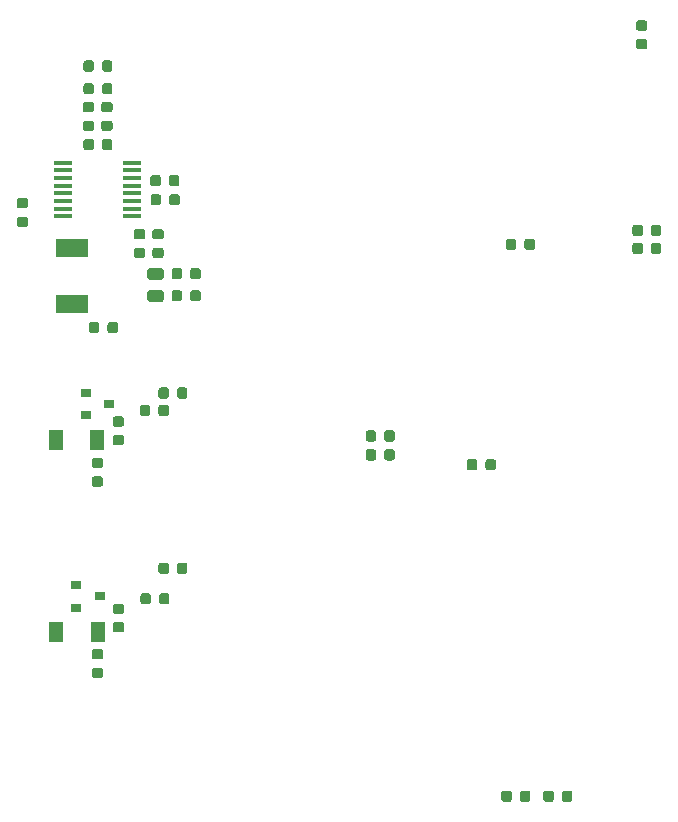
<source format=gbr>
G04 #@! TF.GenerationSoftware,KiCad,Pcbnew,(5.1.4)-1*
G04 #@! TF.CreationDate,2020-06-16T14:32:10+02:00*
G04 #@! TF.ProjectId,NodeMCU_WeatherStation,4e6f6465-4d43-4555-9f57-656174686572,rev?*
G04 #@! TF.SameCoordinates,Original*
G04 #@! TF.FileFunction,Paste,Bot*
G04 #@! TF.FilePolarity,Positive*
%FSLAX46Y46*%
G04 Gerber Fmt 4.6, Leading zero omitted, Abs format (unit mm)*
G04 Created by KiCad (PCBNEW (5.1.4)-1) date 2020-06-16 14:32:10*
%MOMM*%
%LPD*%
G04 APERTURE LIST*
%ADD10R,1.500000X0.450000*%
%ADD11C,0.100000*%
%ADD12C,0.875000*%
%ADD13R,2.700000X1.500000*%
%ADD14C,0.975000*%
%ADD15R,0.900000X0.800000*%
%ADD16R,1.300000X1.700000*%
G04 APERTURE END LIST*
D10*
X79742000Y-77652200D03*
X79742000Y-77002200D03*
X79742000Y-76352200D03*
X79742000Y-75702200D03*
X79742000Y-75052200D03*
X79742000Y-74402200D03*
X79742000Y-73752200D03*
X79742000Y-73102200D03*
X73842000Y-73102200D03*
X73842000Y-73752200D03*
X73842000Y-74402200D03*
X73842000Y-75052200D03*
X73842000Y-75702200D03*
X73842000Y-76352200D03*
X73842000Y-77002200D03*
X73842000Y-77652200D03*
D11*
G36*
X82200491Y-78725253D02*
G01*
X82221726Y-78728403D01*
X82242550Y-78733619D01*
X82262762Y-78740851D01*
X82282168Y-78750030D01*
X82300581Y-78761066D01*
X82317824Y-78773854D01*
X82333730Y-78788270D01*
X82348146Y-78804176D01*
X82360934Y-78821419D01*
X82371970Y-78839832D01*
X82381149Y-78859238D01*
X82388381Y-78879450D01*
X82393597Y-78900274D01*
X82396747Y-78921509D01*
X82397800Y-78942950D01*
X82397800Y-79380450D01*
X82396747Y-79401891D01*
X82393597Y-79423126D01*
X82388381Y-79443950D01*
X82381149Y-79464162D01*
X82371970Y-79483568D01*
X82360934Y-79501981D01*
X82348146Y-79519224D01*
X82333730Y-79535130D01*
X82317824Y-79549546D01*
X82300581Y-79562334D01*
X82282168Y-79573370D01*
X82262762Y-79582549D01*
X82242550Y-79589781D01*
X82221726Y-79594997D01*
X82200491Y-79598147D01*
X82179050Y-79599200D01*
X81666550Y-79599200D01*
X81645109Y-79598147D01*
X81623874Y-79594997D01*
X81603050Y-79589781D01*
X81582838Y-79582549D01*
X81563432Y-79573370D01*
X81545019Y-79562334D01*
X81527776Y-79549546D01*
X81511870Y-79535130D01*
X81497454Y-79519224D01*
X81484666Y-79501981D01*
X81473630Y-79483568D01*
X81464451Y-79464162D01*
X81457219Y-79443950D01*
X81452003Y-79423126D01*
X81448853Y-79401891D01*
X81447800Y-79380450D01*
X81447800Y-78942950D01*
X81448853Y-78921509D01*
X81452003Y-78900274D01*
X81457219Y-78879450D01*
X81464451Y-78859238D01*
X81473630Y-78839832D01*
X81484666Y-78821419D01*
X81497454Y-78804176D01*
X81511870Y-78788270D01*
X81527776Y-78773854D01*
X81545019Y-78761066D01*
X81563432Y-78750030D01*
X81582838Y-78740851D01*
X81603050Y-78733619D01*
X81623874Y-78728403D01*
X81645109Y-78725253D01*
X81666550Y-78724200D01*
X82179050Y-78724200D01*
X82200491Y-78725253D01*
X82200491Y-78725253D01*
G37*
D12*
X81922800Y-79161700D03*
D11*
G36*
X82200491Y-80300253D02*
G01*
X82221726Y-80303403D01*
X82242550Y-80308619D01*
X82262762Y-80315851D01*
X82282168Y-80325030D01*
X82300581Y-80336066D01*
X82317824Y-80348854D01*
X82333730Y-80363270D01*
X82348146Y-80379176D01*
X82360934Y-80396419D01*
X82371970Y-80414832D01*
X82381149Y-80434238D01*
X82388381Y-80454450D01*
X82393597Y-80475274D01*
X82396747Y-80496509D01*
X82397800Y-80517950D01*
X82397800Y-80955450D01*
X82396747Y-80976891D01*
X82393597Y-80998126D01*
X82388381Y-81018950D01*
X82381149Y-81039162D01*
X82371970Y-81058568D01*
X82360934Y-81076981D01*
X82348146Y-81094224D01*
X82333730Y-81110130D01*
X82317824Y-81124546D01*
X82300581Y-81137334D01*
X82282168Y-81148370D01*
X82262762Y-81157549D01*
X82242550Y-81164781D01*
X82221726Y-81169997D01*
X82200491Y-81173147D01*
X82179050Y-81174200D01*
X81666550Y-81174200D01*
X81645109Y-81173147D01*
X81623874Y-81169997D01*
X81603050Y-81164781D01*
X81582838Y-81157549D01*
X81563432Y-81148370D01*
X81545019Y-81137334D01*
X81527776Y-81124546D01*
X81511870Y-81110130D01*
X81497454Y-81094224D01*
X81484666Y-81076981D01*
X81473630Y-81058568D01*
X81464451Y-81039162D01*
X81457219Y-81018950D01*
X81452003Y-80998126D01*
X81448853Y-80976891D01*
X81447800Y-80955450D01*
X81447800Y-80517950D01*
X81448853Y-80496509D01*
X81452003Y-80475274D01*
X81457219Y-80454450D01*
X81464451Y-80434238D01*
X81473630Y-80414832D01*
X81484666Y-80396419D01*
X81497454Y-80379176D01*
X81511870Y-80363270D01*
X81527776Y-80348854D01*
X81545019Y-80336066D01*
X81563432Y-80325030D01*
X81582838Y-80315851D01*
X81603050Y-80308619D01*
X81623874Y-80303403D01*
X81645109Y-80300253D01*
X81666550Y-80299200D01*
X82179050Y-80299200D01*
X82200491Y-80300253D01*
X82200491Y-80300253D01*
G37*
D12*
X81922800Y-80736700D03*
D11*
G36*
X80625691Y-80300253D02*
G01*
X80646926Y-80303403D01*
X80667750Y-80308619D01*
X80687962Y-80315851D01*
X80707368Y-80325030D01*
X80725781Y-80336066D01*
X80743024Y-80348854D01*
X80758930Y-80363270D01*
X80773346Y-80379176D01*
X80786134Y-80396419D01*
X80797170Y-80414832D01*
X80806349Y-80434238D01*
X80813581Y-80454450D01*
X80818797Y-80475274D01*
X80821947Y-80496509D01*
X80823000Y-80517950D01*
X80823000Y-80955450D01*
X80821947Y-80976891D01*
X80818797Y-80998126D01*
X80813581Y-81018950D01*
X80806349Y-81039162D01*
X80797170Y-81058568D01*
X80786134Y-81076981D01*
X80773346Y-81094224D01*
X80758930Y-81110130D01*
X80743024Y-81124546D01*
X80725781Y-81137334D01*
X80707368Y-81148370D01*
X80687962Y-81157549D01*
X80667750Y-81164781D01*
X80646926Y-81169997D01*
X80625691Y-81173147D01*
X80604250Y-81174200D01*
X80091750Y-81174200D01*
X80070309Y-81173147D01*
X80049074Y-81169997D01*
X80028250Y-81164781D01*
X80008038Y-81157549D01*
X79988632Y-81148370D01*
X79970219Y-81137334D01*
X79952976Y-81124546D01*
X79937070Y-81110130D01*
X79922654Y-81094224D01*
X79909866Y-81076981D01*
X79898830Y-81058568D01*
X79889651Y-81039162D01*
X79882419Y-81018950D01*
X79877203Y-80998126D01*
X79874053Y-80976891D01*
X79873000Y-80955450D01*
X79873000Y-80517950D01*
X79874053Y-80496509D01*
X79877203Y-80475274D01*
X79882419Y-80454450D01*
X79889651Y-80434238D01*
X79898830Y-80414832D01*
X79909866Y-80396419D01*
X79922654Y-80379176D01*
X79937070Y-80363270D01*
X79952976Y-80348854D01*
X79970219Y-80336066D01*
X79988632Y-80325030D01*
X80008038Y-80315851D01*
X80028250Y-80308619D01*
X80049074Y-80303403D01*
X80070309Y-80300253D01*
X80091750Y-80299200D01*
X80604250Y-80299200D01*
X80625691Y-80300253D01*
X80625691Y-80300253D01*
G37*
D12*
X80348000Y-80736700D03*
D11*
G36*
X80625691Y-78725253D02*
G01*
X80646926Y-78728403D01*
X80667750Y-78733619D01*
X80687962Y-78740851D01*
X80707368Y-78750030D01*
X80725781Y-78761066D01*
X80743024Y-78773854D01*
X80758930Y-78788270D01*
X80773346Y-78804176D01*
X80786134Y-78821419D01*
X80797170Y-78839832D01*
X80806349Y-78859238D01*
X80813581Y-78879450D01*
X80818797Y-78900274D01*
X80821947Y-78921509D01*
X80823000Y-78942950D01*
X80823000Y-79380450D01*
X80821947Y-79401891D01*
X80818797Y-79423126D01*
X80813581Y-79443950D01*
X80806349Y-79464162D01*
X80797170Y-79483568D01*
X80786134Y-79501981D01*
X80773346Y-79519224D01*
X80758930Y-79535130D01*
X80743024Y-79549546D01*
X80725781Y-79562334D01*
X80707368Y-79573370D01*
X80687962Y-79582549D01*
X80667750Y-79589781D01*
X80646926Y-79594997D01*
X80625691Y-79598147D01*
X80604250Y-79599200D01*
X80091750Y-79599200D01*
X80070309Y-79598147D01*
X80049074Y-79594997D01*
X80028250Y-79589781D01*
X80008038Y-79582549D01*
X79988632Y-79573370D01*
X79970219Y-79562334D01*
X79952976Y-79549546D01*
X79937070Y-79535130D01*
X79922654Y-79519224D01*
X79909866Y-79501981D01*
X79898830Y-79483568D01*
X79889651Y-79464162D01*
X79882419Y-79443950D01*
X79877203Y-79423126D01*
X79874053Y-79401891D01*
X79873000Y-79380450D01*
X79873000Y-78942950D01*
X79874053Y-78921509D01*
X79877203Y-78900274D01*
X79882419Y-78879450D01*
X79889651Y-78859238D01*
X79898830Y-78839832D01*
X79909866Y-78821419D01*
X79922654Y-78804176D01*
X79937070Y-78788270D01*
X79952976Y-78773854D01*
X79970219Y-78761066D01*
X79988632Y-78750030D01*
X80008038Y-78740851D01*
X80028250Y-78733619D01*
X80049074Y-78728403D01*
X80070309Y-78725253D01*
X80091750Y-78724200D01*
X80604250Y-78724200D01*
X80625691Y-78725253D01*
X80625691Y-78725253D01*
G37*
D12*
X80348000Y-79161700D03*
D11*
G36*
X123145291Y-61046853D02*
G01*
X123166526Y-61050003D01*
X123187350Y-61055219D01*
X123207562Y-61062451D01*
X123226968Y-61071630D01*
X123245381Y-61082666D01*
X123262624Y-61095454D01*
X123278530Y-61109870D01*
X123292946Y-61125776D01*
X123305734Y-61143019D01*
X123316770Y-61161432D01*
X123325949Y-61180838D01*
X123333181Y-61201050D01*
X123338397Y-61221874D01*
X123341547Y-61243109D01*
X123342600Y-61264550D01*
X123342600Y-61702050D01*
X123341547Y-61723491D01*
X123338397Y-61744726D01*
X123333181Y-61765550D01*
X123325949Y-61785762D01*
X123316770Y-61805168D01*
X123305734Y-61823581D01*
X123292946Y-61840824D01*
X123278530Y-61856730D01*
X123262624Y-61871146D01*
X123245381Y-61883934D01*
X123226968Y-61894970D01*
X123207562Y-61904149D01*
X123187350Y-61911381D01*
X123166526Y-61916597D01*
X123145291Y-61919747D01*
X123123850Y-61920800D01*
X122611350Y-61920800D01*
X122589909Y-61919747D01*
X122568674Y-61916597D01*
X122547850Y-61911381D01*
X122527638Y-61904149D01*
X122508232Y-61894970D01*
X122489819Y-61883934D01*
X122472576Y-61871146D01*
X122456670Y-61856730D01*
X122442254Y-61840824D01*
X122429466Y-61823581D01*
X122418430Y-61805168D01*
X122409251Y-61785762D01*
X122402019Y-61765550D01*
X122396803Y-61744726D01*
X122393653Y-61723491D01*
X122392600Y-61702050D01*
X122392600Y-61264550D01*
X122393653Y-61243109D01*
X122396803Y-61221874D01*
X122402019Y-61201050D01*
X122409251Y-61180838D01*
X122418430Y-61161432D01*
X122429466Y-61143019D01*
X122442254Y-61125776D01*
X122456670Y-61109870D01*
X122472576Y-61095454D01*
X122489819Y-61082666D01*
X122508232Y-61071630D01*
X122527638Y-61062451D01*
X122547850Y-61055219D01*
X122568674Y-61050003D01*
X122589909Y-61046853D01*
X122611350Y-61045800D01*
X123123850Y-61045800D01*
X123145291Y-61046853D01*
X123145291Y-61046853D01*
G37*
D12*
X122867600Y-61483300D03*
D11*
G36*
X123145291Y-62621853D02*
G01*
X123166526Y-62625003D01*
X123187350Y-62630219D01*
X123207562Y-62637451D01*
X123226968Y-62646630D01*
X123245381Y-62657666D01*
X123262624Y-62670454D01*
X123278530Y-62684870D01*
X123292946Y-62700776D01*
X123305734Y-62718019D01*
X123316770Y-62736432D01*
X123325949Y-62755838D01*
X123333181Y-62776050D01*
X123338397Y-62796874D01*
X123341547Y-62818109D01*
X123342600Y-62839550D01*
X123342600Y-63277050D01*
X123341547Y-63298491D01*
X123338397Y-63319726D01*
X123333181Y-63340550D01*
X123325949Y-63360762D01*
X123316770Y-63380168D01*
X123305734Y-63398581D01*
X123292946Y-63415824D01*
X123278530Y-63431730D01*
X123262624Y-63446146D01*
X123245381Y-63458934D01*
X123226968Y-63469970D01*
X123207562Y-63479149D01*
X123187350Y-63486381D01*
X123166526Y-63491597D01*
X123145291Y-63494747D01*
X123123850Y-63495800D01*
X122611350Y-63495800D01*
X122589909Y-63494747D01*
X122568674Y-63491597D01*
X122547850Y-63486381D01*
X122527638Y-63479149D01*
X122508232Y-63469970D01*
X122489819Y-63458934D01*
X122472576Y-63446146D01*
X122456670Y-63431730D01*
X122442254Y-63415824D01*
X122429466Y-63398581D01*
X122418430Y-63380168D01*
X122409251Y-63360762D01*
X122402019Y-63340550D01*
X122396803Y-63319726D01*
X122393653Y-63298491D01*
X122392600Y-63277050D01*
X122392600Y-62839550D01*
X122393653Y-62818109D01*
X122396803Y-62796874D01*
X122402019Y-62776050D01*
X122409251Y-62755838D01*
X122418430Y-62736432D01*
X122429466Y-62718019D01*
X122442254Y-62700776D01*
X122456670Y-62684870D01*
X122472576Y-62670454D01*
X122489819Y-62657666D01*
X122508232Y-62646630D01*
X122527638Y-62637451D01*
X122547850Y-62630219D01*
X122568674Y-62625003D01*
X122589909Y-62621853D01*
X122611350Y-62620800D01*
X123123850Y-62620800D01*
X123145291Y-62621853D01*
X123145291Y-62621853D01*
G37*
D12*
X122867600Y-63058300D03*
D11*
G36*
X112058691Y-79526053D02*
G01*
X112079926Y-79529203D01*
X112100750Y-79534419D01*
X112120962Y-79541651D01*
X112140368Y-79550830D01*
X112158781Y-79561866D01*
X112176024Y-79574654D01*
X112191930Y-79589070D01*
X112206346Y-79604976D01*
X112219134Y-79622219D01*
X112230170Y-79640632D01*
X112239349Y-79660038D01*
X112246581Y-79680250D01*
X112251797Y-79701074D01*
X112254947Y-79722309D01*
X112256000Y-79743750D01*
X112256000Y-80256250D01*
X112254947Y-80277691D01*
X112251797Y-80298926D01*
X112246581Y-80319750D01*
X112239349Y-80339962D01*
X112230170Y-80359368D01*
X112219134Y-80377781D01*
X112206346Y-80395024D01*
X112191930Y-80410930D01*
X112176024Y-80425346D01*
X112158781Y-80438134D01*
X112140368Y-80449170D01*
X112120962Y-80458349D01*
X112100750Y-80465581D01*
X112079926Y-80470797D01*
X112058691Y-80473947D01*
X112037250Y-80475000D01*
X111599750Y-80475000D01*
X111578309Y-80473947D01*
X111557074Y-80470797D01*
X111536250Y-80465581D01*
X111516038Y-80458349D01*
X111496632Y-80449170D01*
X111478219Y-80438134D01*
X111460976Y-80425346D01*
X111445070Y-80410930D01*
X111430654Y-80395024D01*
X111417866Y-80377781D01*
X111406830Y-80359368D01*
X111397651Y-80339962D01*
X111390419Y-80319750D01*
X111385203Y-80298926D01*
X111382053Y-80277691D01*
X111381000Y-80256250D01*
X111381000Y-79743750D01*
X111382053Y-79722309D01*
X111385203Y-79701074D01*
X111390419Y-79680250D01*
X111397651Y-79660038D01*
X111406830Y-79640632D01*
X111417866Y-79622219D01*
X111430654Y-79604976D01*
X111445070Y-79589070D01*
X111460976Y-79574654D01*
X111478219Y-79561866D01*
X111496632Y-79550830D01*
X111516038Y-79541651D01*
X111536250Y-79534419D01*
X111557074Y-79529203D01*
X111578309Y-79526053D01*
X111599750Y-79525000D01*
X112037250Y-79525000D01*
X112058691Y-79526053D01*
X112058691Y-79526053D01*
G37*
D12*
X111818500Y-80000000D03*
D11*
G36*
X113633691Y-79526053D02*
G01*
X113654926Y-79529203D01*
X113675750Y-79534419D01*
X113695962Y-79541651D01*
X113715368Y-79550830D01*
X113733781Y-79561866D01*
X113751024Y-79574654D01*
X113766930Y-79589070D01*
X113781346Y-79604976D01*
X113794134Y-79622219D01*
X113805170Y-79640632D01*
X113814349Y-79660038D01*
X113821581Y-79680250D01*
X113826797Y-79701074D01*
X113829947Y-79722309D01*
X113831000Y-79743750D01*
X113831000Y-80256250D01*
X113829947Y-80277691D01*
X113826797Y-80298926D01*
X113821581Y-80319750D01*
X113814349Y-80339962D01*
X113805170Y-80359368D01*
X113794134Y-80377781D01*
X113781346Y-80395024D01*
X113766930Y-80410930D01*
X113751024Y-80425346D01*
X113733781Y-80438134D01*
X113715368Y-80449170D01*
X113695962Y-80458349D01*
X113675750Y-80465581D01*
X113654926Y-80470797D01*
X113633691Y-80473947D01*
X113612250Y-80475000D01*
X113174750Y-80475000D01*
X113153309Y-80473947D01*
X113132074Y-80470797D01*
X113111250Y-80465581D01*
X113091038Y-80458349D01*
X113071632Y-80449170D01*
X113053219Y-80438134D01*
X113035976Y-80425346D01*
X113020070Y-80410930D01*
X113005654Y-80395024D01*
X112992866Y-80377781D01*
X112981830Y-80359368D01*
X112972651Y-80339962D01*
X112965419Y-80319750D01*
X112960203Y-80298926D01*
X112957053Y-80277691D01*
X112956000Y-80256250D01*
X112956000Y-79743750D01*
X112957053Y-79722309D01*
X112960203Y-79701074D01*
X112965419Y-79680250D01*
X112972651Y-79660038D01*
X112981830Y-79640632D01*
X112992866Y-79622219D01*
X113005654Y-79604976D01*
X113020070Y-79589070D01*
X113035976Y-79574654D01*
X113053219Y-79561866D01*
X113071632Y-79550830D01*
X113091038Y-79541651D01*
X113111250Y-79534419D01*
X113132074Y-79529203D01*
X113153309Y-79526053D01*
X113174750Y-79525000D01*
X113612250Y-79525000D01*
X113633691Y-79526053D01*
X113633691Y-79526053D01*
G37*
D12*
X113393500Y-80000000D03*
D13*
X74607600Y-85092400D03*
X74607600Y-80292400D03*
D11*
G36*
X76752691Y-86587253D02*
G01*
X76773926Y-86590403D01*
X76794750Y-86595619D01*
X76814962Y-86602851D01*
X76834368Y-86612030D01*
X76852781Y-86623066D01*
X76870024Y-86635854D01*
X76885930Y-86650270D01*
X76900346Y-86666176D01*
X76913134Y-86683419D01*
X76924170Y-86701832D01*
X76933349Y-86721238D01*
X76940581Y-86741450D01*
X76945797Y-86762274D01*
X76948947Y-86783509D01*
X76950000Y-86804950D01*
X76950000Y-87317450D01*
X76948947Y-87338891D01*
X76945797Y-87360126D01*
X76940581Y-87380950D01*
X76933349Y-87401162D01*
X76924170Y-87420568D01*
X76913134Y-87438981D01*
X76900346Y-87456224D01*
X76885930Y-87472130D01*
X76870024Y-87486546D01*
X76852781Y-87499334D01*
X76834368Y-87510370D01*
X76814962Y-87519549D01*
X76794750Y-87526781D01*
X76773926Y-87531997D01*
X76752691Y-87535147D01*
X76731250Y-87536200D01*
X76293750Y-87536200D01*
X76272309Y-87535147D01*
X76251074Y-87531997D01*
X76230250Y-87526781D01*
X76210038Y-87519549D01*
X76190632Y-87510370D01*
X76172219Y-87499334D01*
X76154976Y-87486546D01*
X76139070Y-87472130D01*
X76124654Y-87456224D01*
X76111866Y-87438981D01*
X76100830Y-87420568D01*
X76091651Y-87401162D01*
X76084419Y-87380950D01*
X76079203Y-87360126D01*
X76076053Y-87338891D01*
X76075000Y-87317450D01*
X76075000Y-86804950D01*
X76076053Y-86783509D01*
X76079203Y-86762274D01*
X76084419Y-86741450D01*
X76091651Y-86721238D01*
X76100830Y-86701832D01*
X76111866Y-86683419D01*
X76124654Y-86666176D01*
X76139070Y-86650270D01*
X76154976Y-86635854D01*
X76172219Y-86623066D01*
X76190632Y-86612030D01*
X76210038Y-86602851D01*
X76230250Y-86595619D01*
X76251074Y-86590403D01*
X76272309Y-86587253D01*
X76293750Y-86586200D01*
X76731250Y-86586200D01*
X76752691Y-86587253D01*
X76752691Y-86587253D01*
G37*
D12*
X76512500Y-87061200D03*
D11*
G36*
X78327691Y-86587253D02*
G01*
X78348926Y-86590403D01*
X78369750Y-86595619D01*
X78389962Y-86602851D01*
X78409368Y-86612030D01*
X78427781Y-86623066D01*
X78445024Y-86635854D01*
X78460930Y-86650270D01*
X78475346Y-86666176D01*
X78488134Y-86683419D01*
X78499170Y-86701832D01*
X78508349Y-86721238D01*
X78515581Y-86741450D01*
X78520797Y-86762274D01*
X78523947Y-86783509D01*
X78525000Y-86804950D01*
X78525000Y-87317450D01*
X78523947Y-87338891D01*
X78520797Y-87360126D01*
X78515581Y-87380950D01*
X78508349Y-87401162D01*
X78499170Y-87420568D01*
X78488134Y-87438981D01*
X78475346Y-87456224D01*
X78460930Y-87472130D01*
X78445024Y-87486546D01*
X78427781Y-87499334D01*
X78409368Y-87510370D01*
X78389962Y-87519549D01*
X78369750Y-87526781D01*
X78348926Y-87531997D01*
X78327691Y-87535147D01*
X78306250Y-87536200D01*
X77868750Y-87536200D01*
X77847309Y-87535147D01*
X77826074Y-87531997D01*
X77805250Y-87526781D01*
X77785038Y-87519549D01*
X77765632Y-87510370D01*
X77747219Y-87499334D01*
X77729976Y-87486546D01*
X77714070Y-87472130D01*
X77699654Y-87456224D01*
X77686866Y-87438981D01*
X77675830Y-87420568D01*
X77666651Y-87401162D01*
X77659419Y-87380950D01*
X77654203Y-87360126D01*
X77651053Y-87338891D01*
X77650000Y-87317450D01*
X77650000Y-86804950D01*
X77651053Y-86783509D01*
X77654203Y-86762274D01*
X77659419Y-86741450D01*
X77666651Y-86721238D01*
X77675830Y-86701832D01*
X77686866Y-86683419D01*
X77699654Y-86666176D01*
X77714070Y-86650270D01*
X77729976Y-86635854D01*
X77747219Y-86623066D01*
X77765632Y-86612030D01*
X77785038Y-86602851D01*
X77805250Y-86595619D01*
X77826074Y-86590403D01*
X77847309Y-86587253D01*
X77868750Y-86586200D01*
X78306250Y-86586200D01*
X78327691Y-86587253D01*
X78327691Y-86587253D01*
G37*
D12*
X78087500Y-87061200D03*
D11*
G36*
X70719691Y-76083653D02*
G01*
X70740926Y-76086803D01*
X70761750Y-76092019D01*
X70781962Y-76099251D01*
X70801368Y-76108430D01*
X70819781Y-76119466D01*
X70837024Y-76132254D01*
X70852930Y-76146670D01*
X70867346Y-76162576D01*
X70880134Y-76179819D01*
X70891170Y-76198232D01*
X70900349Y-76217638D01*
X70907581Y-76237850D01*
X70912797Y-76258674D01*
X70915947Y-76279909D01*
X70917000Y-76301350D01*
X70917000Y-76738850D01*
X70915947Y-76760291D01*
X70912797Y-76781526D01*
X70907581Y-76802350D01*
X70900349Y-76822562D01*
X70891170Y-76841968D01*
X70880134Y-76860381D01*
X70867346Y-76877624D01*
X70852930Y-76893530D01*
X70837024Y-76907946D01*
X70819781Y-76920734D01*
X70801368Y-76931770D01*
X70781962Y-76940949D01*
X70761750Y-76948181D01*
X70740926Y-76953397D01*
X70719691Y-76956547D01*
X70698250Y-76957600D01*
X70185750Y-76957600D01*
X70164309Y-76956547D01*
X70143074Y-76953397D01*
X70122250Y-76948181D01*
X70102038Y-76940949D01*
X70082632Y-76931770D01*
X70064219Y-76920734D01*
X70046976Y-76907946D01*
X70031070Y-76893530D01*
X70016654Y-76877624D01*
X70003866Y-76860381D01*
X69992830Y-76841968D01*
X69983651Y-76822562D01*
X69976419Y-76802350D01*
X69971203Y-76781526D01*
X69968053Y-76760291D01*
X69967000Y-76738850D01*
X69967000Y-76301350D01*
X69968053Y-76279909D01*
X69971203Y-76258674D01*
X69976419Y-76237850D01*
X69983651Y-76217638D01*
X69992830Y-76198232D01*
X70003866Y-76179819D01*
X70016654Y-76162576D01*
X70031070Y-76146670D01*
X70046976Y-76132254D01*
X70064219Y-76119466D01*
X70082632Y-76108430D01*
X70102038Y-76099251D01*
X70122250Y-76092019D01*
X70143074Y-76086803D01*
X70164309Y-76083653D01*
X70185750Y-76082600D01*
X70698250Y-76082600D01*
X70719691Y-76083653D01*
X70719691Y-76083653D01*
G37*
D12*
X70442000Y-76520100D03*
D11*
G36*
X70719691Y-77658653D02*
G01*
X70740926Y-77661803D01*
X70761750Y-77667019D01*
X70781962Y-77674251D01*
X70801368Y-77683430D01*
X70819781Y-77694466D01*
X70837024Y-77707254D01*
X70852930Y-77721670D01*
X70867346Y-77737576D01*
X70880134Y-77754819D01*
X70891170Y-77773232D01*
X70900349Y-77792638D01*
X70907581Y-77812850D01*
X70912797Y-77833674D01*
X70915947Y-77854909D01*
X70917000Y-77876350D01*
X70917000Y-78313850D01*
X70915947Y-78335291D01*
X70912797Y-78356526D01*
X70907581Y-78377350D01*
X70900349Y-78397562D01*
X70891170Y-78416968D01*
X70880134Y-78435381D01*
X70867346Y-78452624D01*
X70852930Y-78468530D01*
X70837024Y-78482946D01*
X70819781Y-78495734D01*
X70801368Y-78506770D01*
X70781962Y-78515949D01*
X70761750Y-78523181D01*
X70740926Y-78528397D01*
X70719691Y-78531547D01*
X70698250Y-78532600D01*
X70185750Y-78532600D01*
X70164309Y-78531547D01*
X70143074Y-78528397D01*
X70122250Y-78523181D01*
X70102038Y-78515949D01*
X70082632Y-78506770D01*
X70064219Y-78495734D01*
X70046976Y-78482946D01*
X70031070Y-78468530D01*
X70016654Y-78452624D01*
X70003866Y-78435381D01*
X69992830Y-78416968D01*
X69983651Y-78397562D01*
X69976419Y-78377350D01*
X69971203Y-78356526D01*
X69968053Y-78335291D01*
X69967000Y-78313850D01*
X69967000Y-77876350D01*
X69968053Y-77854909D01*
X69971203Y-77833674D01*
X69976419Y-77812850D01*
X69983651Y-77792638D01*
X69992830Y-77773232D01*
X70003866Y-77754819D01*
X70016654Y-77737576D01*
X70031070Y-77721670D01*
X70046976Y-77707254D01*
X70064219Y-77694466D01*
X70082632Y-77683430D01*
X70102038Y-77674251D01*
X70122250Y-77667019D01*
X70143074Y-77661803D01*
X70164309Y-77658653D01*
X70185750Y-77657600D01*
X70698250Y-77657600D01*
X70719691Y-77658653D01*
X70719691Y-77658653D01*
G37*
D12*
X70442000Y-78095100D03*
D11*
G36*
X82199742Y-82030574D02*
G01*
X82223403Y-82034084D01*
X82246607Y-82039896D01*
X82269129Y-82047954D01*
X82290753Y-82058182D01*
X82311270Y-82070479D01*
X82330483Y-82084729D01*
X82348207Y-82100793D01*
X82364271Y-82118517D01*
X82378521Y-82137730D01*
X82390818Y-82158247D01*
X82401046Y-82179871D01*
X82409104Y-82202393D01*
X82414916Y-82225597D01*
X82418426Y-82249258D01*
X82419600Y-82273150D01*
X82419600Y-82760650D01*
X82418426Y-82784542D01*
X82414916Y-82808203D01*
X82409104Y-82831407D01*
X82401046Y-82853929D01*
X82390818Y-82875553D01*
X82378521Y-82896070D01*
X82364271Y-82915283D01*
X82348207Y-82933007D01*
X82330483Y-82949071D01*
X82311270Y-82963321D01*
X82290753Y-82975618D01*
X82269129Y-82985846D01*
X82246607Y-82993904D01*
X82223403Y-82999716D01*
X82199742Y-83003226D01*
X82175850Y-83004400D01*
X81263350Y-83004400D01*
X81239458Y-83003226D01*
X81215797Y-82999716D01*
X81192593Y-82993904D01*
X81170071Y-82985846D01*
X81148447Y-82975618D01*
X81127930Y-82963321D01*
X81108717Y-82949071D01*
X81090993Y-82933007D01*
X81074929Y-82915283D01*
X81060679Y-82896070D01*
X81048382Y-82875553D01*
X81038154Y-82853929D01*
X81030096Y-82831407D01*
X81024284Y-82808203D01*
X81020774Y-82784542D01*
X81019600Y-82760650D01*
X81019600Y-82273150D01*
X81020774Y-82249258D01*
X81024284Y-82225597D01*
X81030096Y-82202393D01*
X81038154Y-82179871D01*
X81048382Y-82158247D01*
X81060679Y-82137730D01*
X81074929Y-82118517D01*
X81090993Y-82100793D01*
X81108717Y-82084729D01*
X81127930Y-82070479D01*
X81148447Y-82058182D01*
X81170071Y-82047954D01*
X81192593Y-82039896D01*
X81215797Y-82034084D01*
X81239458Y-82030574D01*
X81263350Y-82029400D01*
X82175850Y-82029400D01*
X82199742Y-82030574D01*
X82199742Y-82030574D01*
G37*
D14*
X81719600Y-82516900D03*
D11*
G36*
X82199742Y-83905574D02*
G01*
X82223403Y-83909084D01*
X82246607Y-83914896D01*
X82269129Y-83922954D01*
X82290753Y-83933182D01*
X82311270Y-83945479D01*
X82330483Y-83959729D01*
X82348207Y-83975793D01*
X82364271Y-83993517D01*
X82378521Y-84012730D01*
X82390818Y-84033247D01*
X82401046Y-84054871D01*
X82409104Y-84077393D01*
X82414916Y-84100597D01*
X82418426Y-84124258D01*
X82419600Y-84148150D01*
X82419600Y-84635650D01*
X82418426Y-84659542D01*
X82414916Y-84683203D01*
X82409104Y-84706407D01*
X82401046Y-84728929D01*
X82390818Y-84750553D01*
X82378521Y-84771070D01*
X82364271Y-84790283D01*
X82348207Y-84808007D01*
X82330483Y-84824071D01*
X82311270Y-84838321D01*
X82290753Y-84850618D01*
X82269129Y-84860846D01*
X82246607Y-84868904D01*
X82223403Y-84874716D01*
X82199742Y-84878226D01*
X82175850Y-84879400D01*
X81263350Y-84879400D01*
X81239458Y-84878226D01*
X81215797Y-84874716D01*
X81192593Y-84868904D01*
X81170071Y-84860846D01*
X81148447Y-84850618D01*
X81127930Y-84838321D01*
X81108717Y-84824071D01*
X81090993Y-84808007D01*
X81074929Y-84790283D01*
X81060679Y-84771070D01*
X81048382Y-84750553D01*
X81038154Y-84728929D01*
X81030096Y-84706407D01*
X81024284Y-84683203D01*
X81020774Y-84659542D01*
X81019600Y-84635650D01*
X81019600Y-84148150D01*
X81020774Y-84124258D01*
X81024284Y-84100597D01*
X81030096Y-84077393D01*
X81038154Y-84054871D01*
X81048382Y-84033247D01*
X81060679Y-84012730D01*
X81074929Y-83993517D01*
X81090993Y-83975793D01*
X81108717Y-83959729D01*
X81127930Y-83945479D01*
X81148447Y-83933182D01*
X81170071Y-83922954D01*
X81192593Y-83914896D01*
X81215797Y-83909084D01*
X81239458Y-83905574D01*
X81263350Y-83904400D01*
X82175850Y-83904400D01*
X82199742Y-83905574D01*
X82199742Y-83905574D01*
G37*
D14*
X81719600Y-84391900D03*
D11*
G36*
X85338091Y-82015253D02*
G01*
X85359326Y-82018403D01*
X85380150Y-82023619D01*
X85400362Y-82030851D01*
X85419768Y-82040030D01*
X85438181Y-82051066D01*
X85455424Y-82063854D01*
X85471330Y-82078270D01*
X85485746Y-82094176D01*
X85498534Y-82111419D01*
X85509570Y-82129832D01*
X85518749Y-82149238D01*
X85525981Y-82169450D01*
X85531197Y-82190274D01*
X85534347Y-82211509D01*
X85535400Y-82232950D01*
X85535400Y-82745450D01*
X85534347Y-82766891D01*
X85531197Y-82788126D01*
X85525981Y-82808950D01*
X85518749Y-82829162D01*
X85509570Y-82848568D01*
X85498534Y-82866981D01*
X85485746Y-82884224D01*
X85471330Y-82900130D01*
X85455424Y-82914546D01*
X85438181Y-82927334D01*
X85419768Y-82938370D01*
X85400362Y-82947549D01*
X85380150Y-82954781D01*
X85359326Y-82959997D01*
X85338091Y-82963147D01*
X85316650Y-82964200D01*
X84879150Y-82964200D01*
X84857709Y-82963147D01*
X84836474Y-82959997D01*
X84815650Y-82954781D01*
X84795438Y-82947549D01*
X84776032Y-82938370D01*
X84757619Y-82927334D01*
X84740376Y-82914546D01*
X84724470Y-82900130D01*
X84710054Y-82884224D01*
X84697266Y-82866981D01*
X84686230Y-82848568D01*
X84677051Y-82829162D01*
X84669819Y-82808950D01*
X84664603Y-82788126D01*
X84661453Y-82766891D01*
X84660400Y-82745450D01*
X84660400Y-82232950D01*
X84661453Y-82211509D01*
X84664603Y-82190274D01*
X84669819Y-82169450D01*
X84677051Y-82149238D01*
X84686230Y-82129832D01*
X84697266Y-82111419D01*
X84710054Y-82094176D01*
X84724470Y-82078270D01*
X84740376Y-82063854D01*
X84757619Y-82051066D01*
X84776032Y-82040030D01*
X84795438Y-82030851D01*
X84815650Y-82023619D01*
X84836474Y-82018403D01*
X84857709Y-82015253D01*
X84879150Y-82014200D01*
X85316650Y-82014200D01*
X85338091Y-82015253D01*
X85338091Y-82015253D01*
G37*
D12*
X85097900Y-82489200D03*
D11*
G36*
X83763091Y-82015253D02*
G01*
X83784326Y-82018403D01*
X83805150Y-82023619D01*
X83825362Y-82030851D01*
X83844768Y-82040030D01*
X83863181Y-82051066D01*
X83880424Y-82063854D01*
X83896330Y-82078270D01*
X83910746Y-82094176D01*
X83923534Y-82111419D01*
X83934570Y-82129832D01*
X83943749Y-82149238D01*
X83950981Y-82169450D01*
X83956197Y-82190274D01*
X83959347Y-82211509D01*
X83960400Y-82232950D01*
X83960400Y-82745450D01*
X83959347Y-82766891D01*
X83956197Y-82788126D01*
X83950981Y-82808950D01*
X83943749Y-82829162D01*
X83934570Y-82848568D01*
X83923534Y-82866981D01*
X83910746Y-82884224D01*
X83896330Y-82900130D01*
X83880424Y-82914546D01*
X83863181Y-82927334D01*
X83844768Y-82938370D01*
X83825362Y-82947549D01*
X83805150Y-82954781D01*
X83784326Y-82959997D01*
X83763091Y-82963147D01*
X83741650Y-82964200D01*
X83304150Y-82964200D01*
X83282709Y-82963147D01*
X83261474Y-82959997D01*
X83240650Y-82954781D01*
X83220438Y-82947549D01*
X83201032Y-82938370D01*
X83182619Y-82927334D01*
X83165376Y-82914546D01*
X83149470Y-82900130D01*
X83135054Y-82884224D01*
X83122266Y-82866981D01*
X83111230Y-82848568D01*
X83102051Y-82829162D01*
X83094819Y-82808950D01*
X83089603Y-82788126D01*
X83086453Y-82766891D01*
X83085400Y-82745450D01*
X83085400Y-82232950D01*
X83086453Y-82211509D01*
X83089603Y-82190274D01*
X83094819Y-82169450D01*
X83102051Y-82149238D01*
X83111230Y-82129832D01*
X83122266Y-82111419D01*
X83135054Y-82094176D01*
X83149470Y-82078270D01*
X83165376Y-82063854D01*
X83182619Y-82051066D01*
X83201032Y-82040030D01*
X83220438Y-82030851D01*
X83240650Y-82023619D01*
X83261474Y-82018403D01*
X83282709Y-82015253D01*
X83304150Y-82014200D01*
X83741650Y-82014200D01*
X83763091Y-82015253D01*
X83763091Y-82015253D01*
G37*
D12*
X83522900Y-82489200D03*
D11*
G36*
X85338091Y-83894853D02*
G01*
X85359326Y-83898003D01*
X85380150Y-83903219D01*
X85400362Y-83910451D01*
X85419768Y-83919630D01*
X85438181Y-83930666D01*
X85455424Y-83943454D01*
X85471330Y-83957870D01*
X85485746Y-83973776D01*
X85498534Y-83991019D01*
X85509570Y-84009432D01*
X85518749Y-84028838D01*
X85525981Y-84049050D01*
X85531197Y-84069874D01*
X85534347Y-84091109D01*
X85535400Y-84112550D01*
X85535400Y-84625050D01*
X85534347Y-84646491D01*
X85531197Y-84667726D01*
X85525981Y-84688550D01*
X85518749Y-84708762D01*
X85509570Y-84728168D01*
X85498534Y-84746581D01*
X85485746Y-84763824D01*
X85471330Y-84779730D01*
X85455424Y-84794146D01*
X85438181Y-84806934D01*
X85419768Y-84817970D01*
X85400362Y-84827149D01*
X85380150Y-84834381D01*
X85359326Y-84839597D01*
X85338091Y-84842747D01*
X85316650Y-84843800D01*
X84879150Y-84843800D01*
X84857709Y-84842747D01*
X84836474Y-84839597D01*
X84815650Y-84834381D01*
X84795438Y-84827149D01*
X84776032Y-84817970D01*
X84757619Y-84806934D01*
X84740376Y-84794146D01*
X84724470Y-84779730D01*
X84710054Y-84763824D01*
X84697266Y-84746581D01*
X84686230Y-84728168D01*
X84677051Y-84708762D01*
X84669819Y-84688550D01*
X84664603Y-84667726D01*
X84661453Y-84646491D01*
X84660400Y-84625050D01*
X84660400Y-84112550D01*
X84661453Y-84091109D01*
X84664603Y-84069874D01*
X84669819Y-84049050D01*
X84677051Y-84028838D01*
X84686230Y-84009432D01*
X84697266Y-83991019D01*
X84710054Y-83973776D01*
X84724470Y-83957870D01*
X84740376Y-83943454D01*
X84757619Y-83930666D01*
X84776032Y-83919630D01*
X84795438Y-83910451D01*
X84815650Y-83903219D01*
X84836474Y-83898003D01*
X84857709Y-83894853D01*
X84879150Y-83893800D01*
X85316650Y-83893800D01*
X85338091Y-83894853D01*
X85338091Y-83894853D01*
G37*
D12*
X85097900Y-84368800D03*
D11*
G36*
X83763091Y-83894853D02*
G01*
X83784326Y-83898003D01*
X83805150Y-83903219D01*
X83825362Y-83910451D01*
X83844768Y-83919630D01*
X83863181Y-83930666D01*
X83880424Y-83943454D01*
X83896330Y-83957870D01*
X83910746Y-83973776D01*
X83923534Y-83991019D01*
X83934570Y-84009432D01*
X83943749Y-84028838D01*
X83950981Y-84049050D01*
X83956197Y-84069874D01*
X83959347Y-84091109D01*
X83960400Y-84112550D01*
X83960400Y-84625050D01*
X83959347Y-84646491D01*
X83956197Y-84667726D01*
X83950981Y-84688550D01*
X83943749Y-84708762D01*
X83934570Y-84728168D01*
X83923534Y-84746581D01*
X83910746Y-84763824D01*
X83896330Y-84779730D01*
X83880424Y-84794146D01*
X83863181Y-84806934D01*
X83844768Y-84817970D01*
X83825362Y-84827149D01*
X83805150Y-84834381D01*
X83784326Y-84839597D01*
X83763091Y-84842747D01*
X83741650Y-84843800D01*
X83304150Y-84843800D01*
X83282709Y-84842747D01*
X83261474Y-84839597D01*
X83240650Y-84834381D01*
X83220438Y-84827149D01*
X83201032Y-84817970D01*
X83182619Y-84806934D01*
X83165376Y-84794146D01*
X83149470Y-84779730D01*
X83135054Y-84763824D01*
X83122266Y-84746581D01*
X83111230Y-84728168D01*
X83102051Y-84708762D01*
X83094819Y-84688550D01*
X83089603Y-84667726D01*
X83086453Y-84646491D01*
X83085400Y-84625050D01*
X83085400Y-84112550D01*
X83086453Y-84091109D01*
X83089603Y-84069874D01*
X83094819Y-84049050D01*
X83102051Y-84028838D01*
X83111230Y-84009432D01*
X83122266Y-83991019D01*
X83135054Y-83973776D01*
X83149470Y-83957870D01*
X83165376Y-83943454D01*
X83182619Y-83930666D01*
X83201032Y-83919630D01*
X83220438Y-83910451D01*
X83240650Y-83903219D01*
X83261474Y-83898003D01*
X83282709Y-83894853D01*
X83304150Y-83893800D01*
X83741650Y-83893800D01*
X83763091Y-83894853D01*
X83763091Y-83894853D01*
G37*
D12*
X83522900Y-84368800D03*
D15*
X76979200Y-109819600D03*
X74979200Y-108869600D03*
X74979200Y-110769600D03*
X77792000Y-93512800D03*
X75792000Y-92562800D03*
X75792000Y-94462800D03*
D11*
G36*
X84220491Y-106958053D02*
G01*
X84241726Y-106961203D01*
X84262550Y-106966419D01*
X84282762Y-106973651D01*
X84302168Y-106982830D01*
X84320581Y-106993866D01*
X84337824Y-107006654D01*
X84353730Y-107021070D01*
X84368146Y-107036976D01*
X84380934Y-107054219D01*
X84391970Y-107072632D01*
X84401149Y-107092038D01*
X84408381Y-107112250D01*
X84413597Y-107133074D01*
X84416747Y-107154309D01*
X84417800Y-107175750D01*
X84417800Y-107688250D01*
X84416747Y-107709691D01*
X84413597Y-107730926D01*
X84408381Y-107751750D01*
X84401149Y-107771962D01*
X84391970Y-107791368D01*
X84380934Y-107809781D01*
X84368146Y-107827024D01*
X84353730Y-107842930D01*
X84337824Y-107857346D01*
X84320581Y-107870134D01*
X84302168Y-107881170D01*
X84282762Y-107890349D01*
X84262550Y-107897581D01*
X84241726Y-107902797D01*
X84220491Y-107905947D01*
X84199050Y-107907000D01*
X83761550Y-107907000D01*
X83740109Y-107905947D01*
X83718874Y-107902797D01*
X83698050Y-107897581D01*
X83677838Y-107890349D01*
X83658432Y-107881170D01*
X83640019Y-107870134D01*
X83622776Y-107857346D01*
X83606870Y-107842930D01*
X83592454Y-107827024D01*
X83579666Y-107809781D01*
X83568630Y-107791368D01*
X83559451Y-107771962D01*
X83552219Y-107751750D01*
X83547003Y-107730926D01*
X83543853Y-107709691D01*
X83542800Y-107688250D01*
X83542800Y-107175750D01*
X83543853Y-107154309D01*
X83547003Y-107133074D01*
X83552219Y-107112250D01*
X83559451Y-107092038D01*
X83568630Y-107072632D01*
X83579666Y-107054219D01*
X83592454Y-107036976D01*
X83606870Y-107021070D01*
X83622776Y-107006654D01*
X83640019Y-106993866D01*
X83658432Y-106982830D01*
X83677838Y-106973651D01*
X83698050Y-106966419D01*
X83718874Y-106961203D01*
X83740109Y-106958053D01*
X83761550Y-106957000D01*
X84199050Y-106957000D01*
X84220491Y-106958053D01*
X84220491Y-106958053D01*
G37*
D12*
X83980300Y-107432000D03*
D11*
G36*
X82645491Y-106958053D02*
G01*
X82666726Y-106961203D01*
X82687550Y-106966419D01*
X82707762Y-106973651D01*
X82727168Y-106982830D01*
X82745581Y-106993866D01*
X82762824Y-107006654D01*
X82778730Y-107021070D01*
X82793146Y-107036976D01*
X82805934Y-107054219D01*
X82816970Y-107072632D01*
X82826149Y-107092038D01*
X82833381Y-107112250D01*
X82838597Y-107133074D01*
X82841747Y-107154309D01*
X82842800Y-107175750D01*
X82842800Y-107688250D01*
X82841747Y-107709691D01*
X82838597Y-107730926D01*
X82833381Y-107751750D01*
X82826149Y-107771962D01*
X82816970Y-107791368D01*
X82805934Y-107809781D01*
X82793146Y-107827024D01*
X82778730Y-107842930D01*
X82762824Y-107857346D01*
X82745581Y-107870134D01*
X82727168Y-107881170D01*
X82707762Y-107890349D01*
X82687550Y-107897581D01*
X82666726Y-107902797D01*
X82645491Y-107905947D01*
X82624050Y-107907000D01*
X82186550Y-107907000D01*
X82165109Y-107905947D01*
X82143874Y-107902797D01*
X82123050Y-107897581D01*
X82102838Y-107890349D01*
X82083432Y-107881170D01*
X82065019Y-107870134D01*
X82047776Y-107857346D01*
X82031870Y-107842930D01*
X82017454Y-107827024D01*
X82004666Y-107809781D01*
X81993630Y-107791368D01*
X81984451Y-107771962D01*
X81977219Y-107751750D01*
X81972003Y-107730926D01*
X81968853Y-107709691D01*
X81967800Y-107688250D01*
X81967800Y-107175750D01*
X81968853Y-107154309D01*
X81972003Y-107133074D01*
X81977219Y-107112250D01*
X81984451Y-107092038D01*
X81993630Y-107072632D01*
X82004666Y-107054219D01*
X82017454Y-107036976D01*
X82031870Y-107021070D01*
X82047776Y-107006654D01*
X82065019Y-106993866D01*
X82083432Y-106982830D01*
X82102838Y-106973651D01*
X82123050Y-106966419D01*
X82143874Y-106961203D01*
X82165109Y-106958053D01*
X82186550Y-106957000D01*
X82624050Y-106957000D01*
X82645491Y-106958053D01*
X82645491Y-106958053D01*
G37*
D12*
X82405300Y-107432000D03*
D11*
G36*
X84220491Y-92124453D02*
G01*
X84241726Y-92127603D01*
X84262550Y-92132819D01*
X84282762Y-92140051D01*
X84302168Y-92149230D01*
X84320581Y-92160266D01*
X84337824Y-92173054D01*
X84353730Y-92187470D01*
X84368146Y-92203376D01*
X84380934Y-92220619D01*
X84391970Y-92239032D01*
X84401149Y-92258438D01*
X84408381Y-92278650D01*
X84413597Y-92299474D01*
X84416747Y-92320709D01*
X84417800Y-92342150D01*
X84417800Y-92854650D01*
X84416747Y-92876091D01*
X84413597Y-92897326D01*
X84408381Y-92918150D01*
X84401149Y-92938362D01*
X84391970Y-92957768D01*
X84380934Y-92976181D01*
X84368146Y-92993424D01*
X84353730Y-93009330D01*
X84337824Y-93023746D01*
X84320581Y-93036534D01*
X84302168Y-93047570D01*
X84282762Y-93056749D01*
X84262550Y-93063981D01*
X84241726Y-93069197D01*
X84220491Y-93072347D01*
X84199050Y-93073400D01*
X83761550Y-93073400D01*
X83740109Y-93072347D01*
X83718874Y-93069197D01*
X83698050Y-93063981D01*
X83677838Y-93056749D01*
X83658432Y-93047570D01*
X83640019Y-93036534D01*
X83622776Y-93023746D01*
X83606870Y-93009330D01*
X83592454Y-92993424D01*
X83579666Y-92976181D01*
X83568630Y-92957768D01*
X83559451Y-92938362D01*
X83552219Y-92918150D01*
X83547003Y-92897326D01*
X83543853Y-92876091D01*
X83542800Y-92854650D01*
X83542800Y-92342150D01*
X83543853Y-92320709D01*
X83547003Y-92299474D01*
X83552219Y-92278650D01*
X83559451Y-92258438D01*
X83568630Y-92239032D01*
X83579666Y-92220619D01*
X83592454Y-92203376D01*
X83606870Y-92187470D01*
X83622776Y-92173054D01*
X83640019Y-92160266D01*
X83658432Y-92149230D01*
X83677838Y-92140051D01*
X83698050Y-92132819D01*
X83718874Y-92127603D01*
X83740109Y-92124453D01*
X83761550Y-92123400D01*
X84199050Y-92123400D01*
X84220491Y-92124453D01*
X84220491Y-92124453D01*
G37*
D12*
X83980300Y-92598400D03*
D11*
G36*
X82645491Y-92124453D02*
G01*
X82666726Y-92127603D01*
X82687550Y-92132819D01*
X82707762Y-92140051D01*
X82727168Y-92149230D01*
X82745581Y-92160266D01*
X82762824Y-92173054D01*
X82778730Y-92187470D01*
X82793146Y-92203376D01*
X82805934Y-92220619D01*
X82816970Y-92239032D01*
X82826149Y-92258438D01*
X82833381Y-92278650D01*
X82838597Y-92299474D01*
X82841747Y-92320709D01*
X82842800Y-92342150D01*
X82842800Y-92854650D01*
X82841747Y-92876091D01*
X82838597Y-92897326D01*
X82833381Y-92918150D01*
X82826149Y-92938362D01*
X82816970Y-92957768D01*
X82805934Y-92976181D01*
X82793146Y-92993424D01*
X82778730Y-93009330D01*
X82762824Y-93023746D01*
X82745581Y-93036534D01*
X82727168Y-93047570D01*
X82707762Y-93056749D01*
X82687550Y-93063981D01*
X82666726Y-93069197D01*
X82645491Y-93072347D01*
X82624050Y-93073400D01*
X82186550Y-93073400D01*
X82165109Y-93072347D01*
X82143874Y-93069197D01*
X82123050Y-93063981D01*
X82102838Y-93056749D01*
X82083432Y-93047570D01*
X82065019Y-93036534D01*
X82047776Y-93023746D01*
X82031870Y-93009330D01*
X82017454Y-92993424D01*
X82004666Y-92976181D01*
X81993630Y-92957768D01*
X81984451Y-92938362D01*
X81977219Y-92918150D01*
X81972003Y-92897326D01*
X81968853Y-92876091D01*
X81967800Y-92854650D01*
X81967800Y-92342150D01*
X81968853Y-92320709D01*
X81972003Y-92299474D01*
X81977219Y-92278650D01*
X81984451Y-92258438D01*
X81993630Y-92239032D01*
X82004666Y-92220619D01*
X82017454Y-92203376D01*
X82031870Y-92187470D01*
X82047776Y-92173054D01*
X82065019Y-92160266D01*
X82083432Y-92149230D01*
X82102838Y-92140051D01*
X82123050Y-92132819D01*
X82143874Y-92127603D01*
X82165109Y-92124453D01*
X82186550Y-92123400D01*
X82624050Y-92123400D01*
X82645491Y-92124453D01*
X82645491Y-92124453D01*
G37*
D12*
X82405300Y-92598400D03*
D11*
G36*
X81121491Y-109548853D02*
G01*
X81142726Y-109552003D01*
X81163550Y-109557219D01*
X81183762Y-109564451D01*
X81203168Y-109573630D01*
X81221581Y-109584666D01*
X81238824Y-109597454D01*
X81254730Y-109611870D01*
X81269146Y-109627776D01*
X81281934Y-109645019D01*
X81292970Y-109663432D01*
X81302149Y-109682838D01*
X81309381Y-109703050D01*
X81314597Y-109723874D01*
X81317747Y-109745109D01*
X81318800Y-109766550D01*
X81318800Y-110279050D01*
X81317747Y-110300491D01*
X81314597Y-110321726D01*
X81309381Y-110342550D01*
X81302149Y-110362762D01*
X81292970Y-110382168D01*
X81281934Y-110400581D01*
X81269146Y-110417824D01*
X81254730Y-110433730D01*
X81238824Y-110448146D01*
X81221581Y-110460934D01*
X81203168Y-110471970D01*
X81183762Y-110481149D01*
X81163550Y-110488381D01*
X81142726Y-110493597D01*
X81121491Y-110496747D01*
X81100050Y-110497800D01*
X80662550Y-110497800D01*
X80641109Y-110496747D01*
X80619874Y-110493597D01*
X80599050Y-110488381D01*
X80578838Y-110481149D01*
X80559432Y-110471970D01*
X80541019Y-110460934D01*
X80523776Y-110448146D01*
X80507870Y-110433730D01*
X80493454Y-110417824D01*
X80480666Y-110400581D01*
X80469630Y-110382168D01*
X80460451Y-110362762D01*
X80453219Y-110342550D01*
X80448003Y-110321726D01*
X80444853Y-110300491D01*
X80443800Y-110279050D01*
X80443800Y-109766550D01*
X80444853Y-109745109D01*
X80448003Y-109723874D01*
X80453219Y-109703050D01*
X80460451Y-109682838D01*
X80469630Y-109663432D01*
X80480666Y-109645019D01*
X80493454Y-109627776D01*
X80507870Y-109611870D01*
X80523776Y-109597454D01*
X80541019Y-109584666D01*
X80559432Y-109573630D01*
X80578838Y-109564451D01*
X80599050Y-109557219D01*
X80619874Y-109552003D01*
X80641109Y-109548853D01*
X80662550Y-109547800D01*
X81100050Y-109547800D01*
X81121491Y-109548853D01*
X81121491Y-109548853D01*
G37*
D12*
X80881300Y-110022800D03*
D11*
G36*
X82696491Y-109548853D02*
G01*
X82717726Y-109552003D01*
X82738550Y-109557219D01*
X82758762Y-109564451D01*
X82778168Y-109573630D01*
X82796581Y-109584666D01*
X82813824Y-109597454D01*
X82829730Y-109611870D01*
X82844146Y-109627776D01*
X82856934Y-109645019D01*
X82867970Y-109663432D01*
X82877149Y-109682838D01*
X82884381Y-109703050D01*
X82889597Y-109723874D01*
X82892747Y-109745109D01*
X82893800Y-109766550D01*
X82893800Y-110279050D01*
X82892747Y-110300491D01*
X82889597Y-110321726D01*
X82884381Y-110342550D01*
X82877149Y-110362762D01*
X82867970Y-110382168D01*
X82856934Y-110400581D01*
X82844146Y-110417824D01*
X82829730Y-110433730D01*
X82813824Y-110448146D01*
X82796581Y-110460934D01*
X82778168Y-110471970D01*
X82758762Y-110481149D01*
X82738550Y-110488381D01*
X82717726Y-110493597D01*
X82696491Y-110496747D01*
X82675050Y-110497800D01*
X82237550Y-110497800D01*
X82216109Y-110496747D01*
X82194874Y-110493597D01*
X82174050Y-110488381D01*
X82153838Y-110481149D01*
X82134432Y-110471970D01*
X82116019Y-110460934D01*
X82098776Y-110448146D01*
X82082870Y-110433730D01*
X82068454Y-110417824D01*
X82055666Y-110400581D01*
X82044630Y-110382168D01*
X82035451Y-110362762D01*
X82028219Y-110342550D01*
X82023003Y-110321726D01*
X82019853Y-110300491D01*
X82018800Y-110279050D01*
X82018800Y-109766550D01*
X82019853Y-109745109D01*
X82023003Y-109723874D01*
X82028219Y-109703050D01*
X82035451Y-109682838D01*
X82044630Y-109663432D01*
X82055666Y-109645019D01*
X82068454Y-109627776D01*
X82082870Y-109611870D01*
X82098776Y-109597454D01*
X82116019Y-109584666D01*
X82134432Y-109573630D01*
X82153838Y-109564451D01*
X82174050Y-109557219D01*
X82194874Y-109552003D01*
X82216109Y-109548853D01*
X82237550Y-109547800D01*
X82675050Y-109547800D01*
X82696491Y-109548853D01*
X82696491Y-109548853D01*
G37*
D12*
X82456300Y-110022800D03*
D11*
G36*
X78847691Y-110424453D02*
G01*
X78868926Y-110427603D01*
X78889750Y-110432819D01*
X78909962Y-110440051D01*
X78929368Y-110449230D01*
X78947781Y-110460266D01*
X78965024Y-110473054D01*
X78980930Y-110487470D01*
X78995346Y-110503376D01*
X79008134Y-110520619D01*
X79019170Y-110539032D01*
X79028349Y-110558438D01*
X79035581Y-110578650D01*
X79040797Y-110599474D01*
X79043947Y-110620709D01*
X79045000Y-110642150D01*
X79045000Y-111079650D01*
X79043947Y-111101091D01*
X79040797Y-111122326D01*
X79035581Y-111143150D01*
X79028349Y-111163362D01*
X79019170Y-111182768D01*
X79008134Y-111201181D01*
X78995346Y-111218424D01*
X78980930Y-111234330D01*
X78965024Y-111248746D01*
X78947781Y-111261534D01*
X78929368Y-111272570D01*
X78909962Y-111281749D01*
X78889750Y-111288981D01*
X78868926Y-111294197D01*
X78847691Y-111297347D01*
X78826250Y-111298400D01*
X78313750Y-111298400D01*
X78292309Y-111297347D01*
X78271074Y-111294197D01*
X78250250Y-111288981D01*
X78230038Y-111281749D01*
X78210632Y-111272570D01*
X78192219Y-111261534D01*
X78174976Y-111248746D01*
X78159070Y-111234330D01*
X78144654Y-111218424D01*
X78131866Y-111201181D01*
X78120830Y-111182768D01*
X78111651Y-111163362D01*
X78104419Y-111143150D01*
X78099203Y-111122326D01*
X78096053Y-111101091D01*
X78095000Y-111079650D01*
X78095000Y-110642150D01*
X78096053Y-110620709D01*
X78099203Y-110599474D01*
X78104419Y-110578650D01*
X78111651Y-110558438D01*
X78120830Y-110539032D01*
X78131866Y-110520619D01*
X78144654Y-110503376D01*
X78159070Y-110487470D01*
X78174976Y-110473054D01*
X78192219Y-110460266D01*
X78210632Y-110449230D01*
X78230038Y-110440051D01*
X78250250Y-110432819D01*
X78271074Y-110427603D01*
X78292309Y-110424453D01*
X78313750Y-110423400D01*
X78826250Y-110423400D01*
X78847691Y-110424453D01*
X78847691Y-110424453D01*
G37*
D12*
X78570000Y-110860900D03*
D11*
G36*
X78847691Y-111999453D02*
G01*
X78868926Y-112002603D01*
X78889750Y-112007819D01*
X78909962Y-112015051D01*
X78929368Y-112024230D01*
X78947781Y-112035266D01*
X78965024Y-112048054D01*
X78980930Y-112062470D01*
X78995346Y-112078376D01*
X79008134Y-112095619D01*
X79019170Y-112114032D01*
X79028349Y-112133438D01*
X79035581Y-112153650D01*
X79040797Y-112174474D01*
X79043947Y-112195709D01*
X79045000Y-112217150D01*
X79045000Y-112654650D01*
X79043947Y-112676091D01*
X79040797Y-112697326D01*
X79035581Y-112718150D01*
X79028349Y-112738362D01*
X79019170Y-112757768D01*
X79008134Y-112776181D01*
X78995346Y-112793424D01*
X78980930Y-112809330D01*
X78965024Y-112823746D01*
X78947781Y-112836534D01*
X78929368Y-112847570D01*
X78909962Y-112856749D01*
X78889750Y-112863981D01*
X78868926Y-112869197D01*
X78847691Y-112872347D01*
X78826250Y-112873400D01*
X78313750Y-112873400D01*
X78292309Y-112872347D01*
X78271074Y-112869197D01*
X78250250Y-112863981D01*
X78230038Y-112856749D01*
X78210632Y-112847570D01*
X78192219Y-112836534D01*
X78174976Y-112823746D01*
X78159070Y-112809330D01*
X78144654Y-112793424D01*
X78131866Y-112776181D01*
X78120830Y-112757768D01*
X78111651Y-112738362D01*
X78104419Y-112718150D01*
X78099203Y-112697326D01*
X78096053Y-112676091D01*
X78095000Y-112654650D01*
X78095000Y-112217150D01*
X78096053Y-112195709D01*
X78099203Y-112174474D01*
X78104419Y-112153650D01*
X78111651Y-112133438D01*
X78120830Y-112114032D01*
X78131866Y-112095619D01*
X78144654Y-112078376D01*
X78159070Y-112062470D01*
X78174976Y-112048054D01*
X78192219Y-112035266D01*
X78210632Y-112024230D01*
X78230038Y-112015051D01*
X78250250Y-112007819D01*
X78271074Y-112002603D01*
X78292309Y-111999453D01*
X78313750Y-111998400D01*
X78826250Y-111998400D01*
X78847691Y-111999453D01*
X78847691Y-111999453D01*
G37*
D12*
X78570000Y-112435900D03*
D11*
G36*
X77069691Y-115860253D02*
G01*
X77090926Y-115863403D01*
X77111750Y-115868619D01*
X77131962Y-115875851D01*
X77151368Y-115885030D01*
X77169781Y-115896066D01*
X77187024Y-115908854D01*
X77202930Y-115923270D01*
X77217346Y-115939176D01*
X77230134Y-115956419D01*
X77241170Y-115974832D01*
X77250349Y-115994238D01*
X77257581Y-116014450D01*
X77262797Y-116035274D01*
X77265947Y-116056509D01*
X77267000Y-116077950D01*
X77267000Y-116515450D01*
X77265947Y-116536891D01*
X77262797Y-116558126D01*
X77257581Y-116578950D01*
X77250349Y-116599162D01*
X77241170Y-116618568D01*
X77230134Y-116636981D01*
X77217346Y-116654224D01*
X77202930Y-116670130D01*
X77187024Y-116684546D01*
X77169781Y-116697334D01*
X77151368Y-116708370D01*
X77131962Y-116717549D01*
X77111750Y-116724781D01*
X77090926Y-116729997D01*
X77069691Y-116733147D01*
X77048250Y-116734200D01*
X76535750Y-116734200D01*
X76514309Y-116733147D01*
X76493074Y-116729997D01*
X76472250Y-116724781D01*
X76452038Y-116717549D01*
X76432632Y-116708370D01*
X76414219Y-116697334D01*
X76396976Y-116684546D01*
X76381070Y-116670130D01*
X76366654Y-116654224D01*
X76353866Y-116636981D01*
X76342830Y-116618568D01*
X76333651Y-116599162D01*
X76326419Y-116578950D01*
X76321203Y-116558126D01*
X76318053Y-116536891D01*
X76317000Y-116515450D01*
X76317000Y-116077950D01*
X76318053Y-116056509D01*
X76321203Y-116035274D01*
X76326419Y-116014450D01*
X76333651Y-115994238D01*
X76342830Y-115974832D01*
X76353866Y-115956419D01*
X76366654Y-115939176D01*
X76381070Y-115923270D01*
X76396976Y-115908854D01*
X76414219Y-115896066D01*
X76432632Y-115885030D01*
X76452038Y-115875851D01*
X76472250Y-115868619D01*
X76493074Y-115863403D01*
X76514309Y-115860253D01*
X76535750Y-115859200D01*
X77048250Y-115859200D01*
X77069691Y-115860253D01*
X77069691Y-115860253D01*
G37*
D12*
X76792000Y-116296700D03*
D11*
G36*
X77069691Y-114285253D02*
G01*
X77090926Y-114288403D01*
X77111750Y-114293619D01*
X77131962Y-114300851D01*
X77151368Y-114310030D01*
X77169781Y-114321066D01*
X77187024Y-114333854D01*
X77202930Y-114348270D01*
X77217346Y-114364176D01*
X77230134Y-114381419D01*
X77241170Y-114399832D01*
X77250349Y-114419238D01*
X77257581Y-114439450D01*
X77262797Y-114460274D01*
X77265947Y-114481509D01*
X77267000Y-114502950D01*
X77267000Y-114940450D01*
X77265947Y-114961891D01*
X77262797Y-114983126D01*
X77257581Y-115003950D01*
X77250349Y-115024162D01*
X77241170Y-115043568D01*
X77230134Y-115061981D01*
X77217346Y-115079224D01*
X77202930Y-115095130D01*
X77187024Y-115109546D01*
X77169781Y-115122334D01*
X77151368Y-115133370D01*
X77131962Y-115142549D01*
X77111750Y-115149781D01*
X77090926Y-115154997D01*
X77069691Y-115158147D01*
X77048250Y-115159200D01*
X76535750Y-115159200D01*
X76514309Y-115158147D01*
X76493074Y-115154997D01*
X76472250Y-115149781D01*
X76452038Y-115142549D01*
X76432632Y-115133370D01*
X76414219Y-115122334D01*
X76396976Y-115109546D01*
X76381070Y-115095130D01*
X76366654Y-115079224D01*
X76353866Y-115061981D01*
X76342830Y-115043568D01*
X76333651Y-115024162D01*
X76326419Y-115003950D01*
X76321203Y-114983126D01*
X76318053Y-114961891D01*
X76317000Y-114940450D01*
X76317000Y-114502950D01*
X76318053Y-114481509D01*
X76321203Y-114460274D01*
X76326419Y-114439450D01*
X76333651Y-114419238D01*
X76342830Y-114399832D01*
X76353866Y-114381419D01*
X76366654Y-114364176D01*
X76381070Y-114348270D01*
X76396976Y-114333854D01*
X76414219Y-114321066D01*
X76432632Y-114310030D01*
X76452038Y-114300851D01*
X76472250Y-114293619D01*
X76493074Y-114288403D01*
X76514309Y-114285253D01*
X76535750Y-114284200D01*
X77048250Y-114284200D01*
X77069691Y-114285253D01*
X77069691Y-114285253D01*
G37*
D12*
X76792000Y-114721700D03*
D11*
G36*
X81070691Y-93597653D02*
G01*
X81091926Y-93600803D01*
X81112750Y-93606019D01*
X81132962Y-93613251D01*
X81152368Y-93622430D01*
X81170781Y-93633466D01*
X81188024Y-93646254D01*
X81203930Y-93660670D01*
X81218346Y-93676576D01*
X81231134Y-93693819D01*
X81242170Y-93712232D01*
X81251349Y-93731638D01*
X81258581Y-93751850D01*
X81263797Y-93772674D01*
X81266947Y-93793909D01*
X81268000Y-93815350D01*
X81268000Y-94327850D01*
X81266947Y-94349291D01*
X81263797Y-94370526D01*
X81258581Y-94391350D01*
X81251349Y-94411562D01*
X81242170Y-94430968D01*
X81231134Y-94449381D01*
X81218346Y-94466624D01*
X81203930Y-94482530D01*
X81188024Y-94496946D01*
X81170781Y-94509734D01*
X81152368Y-94520770D01*
X81132962Y-94529949D01*
X81112750Y-94537181D01*
X81091926Y-94542397D01*
X81070691Y-94545547D01*
X81049250Y-94546600D01*
X80611750Y-94546600D01*
X80590309Y-94545547D01*
X80569074Y-94542397D01*
X80548250Y-94537181D01*
X80528038Y-94529949D01*
X80508632Y-94520770D01*
X80490219Y-94509734D01*
X80472976Y-94496946D01*
X80457070Y-94482530D01*
X80442654Y-94466624D01*
X80429866Y-94449381D01*
X80418830Y-94430968D01*
X80409651Y-94411562D01*
X80402419Y-94391350D01*
X80397203Y-94370526D01*
X80394053Y-94349291D01*
X80393000Y-94327850D01*
X80393000Y-93815350D01*
X80394053Y-93793909D01*
X80397203Y-93772674D01*
X80402419Y-93751850D01*
X80409651Y-93731638D01*
X80418830Y-93712232D01*
X80429866Y-93693819D01*
X80442654Y-93676576D01*
X80457070Y-93660670D01*
X80472976Y-93646254D01*
X80490219Y-93633466D01*
X80508632Y-93622430D01*
X80528038Y-93613251D01*
X80548250Y-93606019D01*
X80569074Y-93600803D01*
X80590309Y-93597653D01*
X80611750Y-93596600D01*
X81049250Y-93596600D01*
X81070691Y-93597653D01*
X81070691Y-93597653D01*
G37*
D12*
X80830500Y-94071600D03*
D11*
G36*
X82645691Y-93597653D02*
G01*
X82666926Y-93600803D01*
X82687750Y-93606019D01*
X82707962Y-93613251D01*
X82727368Y-93622430D01*
X82745781Y-93633466D01*
X82763024Y-93646254D01*
X82778930Y-93660670D01*
X82793346Y-93676576D01*
X82806134Y-93693819D01*
X82817170Y-93712232D01*
X82826349Y-93731638D01*
X82833581Y-93751850D01*
X82838797Y-93772674D01*
X82841947Y-93793909D01*
X82843000Y-93815350D01*
X82843000Y-94327850D01*
X82841947Y-94349291D01*
X82838797Y-94370526D01*
X82833581Y-94391350D01*
X82826349Y-94411562D01*
X82817170Y-94430968D01*
X82806134Y-94449381D01*
X82793346Y-94466624D01*
X82778930Y-94482530D01*
X82763024Y-94496946D01*
X82745781Y-94509734D01*
X82727368Y-94520770D01*
X82707962Y-94529949D01*
X82687750Y-94537181D01*
X82666926Y-94542397D01*
X82645691Y-94545547D01*
X82624250Y-94546600D01*
X82186750Y-94546600D01*
X82165309Y-94545547D01*
X82144074Y-94542397D01*
X82123250Y-94537181D01*
X82103038Y-94529949D01*
X82083632Y-94520770D01*
X82065219Y-94509734D01*
X82047976Y-94496946D01*
X82032070Y-94482530D01*
X82017654Y-94466624D01*
X82004866Y-94449381D01*
X81993830Y-94430968D01*
X81984651Y-94411562D01*
X81977419Y-94391350D01*
X81972203Y-94370526D01*
X81969053Y-94349291D01*
X81968000Y-94327850D01*
X81968000Y-93815350D01*
X81969053Y-93793909D01*
X81972203Y-93772674D01*
X81977419Y-93751850D01*
X81984651Y-93731638D01*
X81993830Y-93712232D01*
X82004866Y-93693819D01*
X82017654Y-93676576D01*
X82032070Y-93660670D01*
X82047976Y-93646254D01*
X82065219Y-93633466D01*
X82083632Y-93622430D01*
X82103038Y-93613251D01*
X82123250Y-93606019D01*
X82144074Y-93600803D01*
X82165309Y-93597653D01*
X82186750Y-93596600D01*
X82624250Y-93596600D01*
X82645691Y-93597653D01*
X82645691Y-93597653D01*
G37*
D12*
X82405500Y-94071600D03*
D11*
G36*
X78847691Y-94574853D02*
G01*
X78868926Y-94578003D01*
X78889750Y-94583219D01*
X78909962Y-94590451D01*
X78929368Y-94599630D01*
X78947781Y-94610666D01*
X78965024Y-94623454D01*
X78980930Y-94637870D01*
X78995346Y-94653776D01*
X79008134Y-94671019D01*
X79019170Y-94689432D01*
X79028349Y-94708838D01*
X79035581Y-94729050D01*
X79040797Y-94749874D01*
X79043947Y-94771109D01*
X79045000Y-94792550D01*
X79045000Y-95230050D01*
X79043947Y-95251491D01*
X79040797Y-95272726D01*
X79035581Y-95293550D01*
X79028349Y-95313762D01*
X79019170Y-95333168D01*
X79008134Y-95351581D01*
X78995346Y-95368824D01*
X78980930Y-95384730D01*
X78965024Y-95399146D01*
X78947781Y-95411934D01*
X78929368Y-95422970D01*
X78909962Y-95432149D01*
X78889750Y-95439381D01*
X78868926Y-95444597D01*
X78847691Y-95447747D01*
X78826250Y-95448800D01*
X78313750Y-95448800D01*
X78292309Y-95447747D01*
X78271074Y-95444597D01*
X78250250Y-95439381D01*
X78230038Y-95432149D01*
X78210632Y-95422970D01*
X78192219Y-95411934D01*
X78174976Y-95399146D01*
X78159070Y-95384730D01*
X78144654Y-95368824D01*
X78131866Y-95351581D01*
X78120830Y-95333168D01*
X78111651Y-95313762D01*
X78104419Y-95293550D01*
X78099203Y-95272726D01*
X78096053Y-95251491D01*
X78095000Y-95230050D01*
X78095000Y-94792550D01*
X78096053Y-94771109D01*
X78099203Y-94749874D01*
X78104419Y-94729050D01*
X78111651Y-94708838D01*
X78120830Y-94689432D01*
X78131866Y-94671019D01*
X78144654Y-94653776D01*
X78159070Y-94637870D01*
X78174976Y-94623454D01*
X78192219Y-94610666D01*
X78210632Y-94599630D01*
X78230038Y-94590451D01*
X78250250Y-94583219D01*
X78271074Y-94578003D01*
X78292309Y-94574853D01*
X78313750Y-94573800D01*
X78826250Y-94573800D01*
X78847691Y-94574853D01*
X78847691Y-94574853D01*
G37*
D12*
X78570000Y-95011300D03*
D11*
G36*
X78847691Y-96149853D02*
G01*
X78868926Y-96153003D01*
X78889750Y-96158219D01*
X78909962Y-96165451D01*
X78929368Y-96174630D01*
X78947781Y-96185666D01*
X78965024Y-96198454D01*
X78980930Y-96212870D01*
X78995346Y-96228776D01*
X79008134Y-96246019D01*
X79019170Y-96264432D01*
X79028349Y-96283838D01*
X79035581Y-96304050D01*
X79040797Y-96324874D01*
X79043947Y-96346109D01*
X79045000Y-96367550D01*
X79045000Y-96805050D01*
X79043947Y-96826491D01*
X79040797Y-96847726D01*
X79035581Y-96868550D01*
X79028349Y-96888762D01*
X79019170Y-96908168D01*
X79008134Y-96926581D01*
X78995346Y-96943824D01*
X78980930Y-96959730D01*
X78965024Y-96974146D01*
X78947781Y-96986934D01*
X78929368Y-96997970D01*
X78909962Y-97007149D01*
X78889750Y-97014381D01*
X78868926Y-97019597D01*
X78847691Y-97022747D01*
X78826250Y-97023800D01*
X78313750Y-97023800D01*
X78292309Y-97022747D01*
X78271074Y-97019597D01*
X78250250Y-97014381D01*
X78230038Y-97007149D01*
X78210632Y-96997970D01*
X78192219Y-96986934D01*
X78174976Y-96974146D01*
X78159070Y-96959730D01*
X78144654Y-96943824D01*
X78131866Y-96926581D01*
X78120830Y-96908168D01*
X78111651Y-96888762D01*
X78104419Y-96868550D01*
X78099203Y-96847726D01*
X78096053Y-96826491D01*
X78095000Y-96805050D01*
X78095000Y-96367550D01*
X78096053Y-96346109D01*
X78099203Y-96324874D01*
X78104419Y-96304050D01*
X78111651Y-96283838D01*
X78120830Y-96264432D01*
X78131866Y-96246019D01*
X78144654Y-96228776D01*
X78159070Y-96212870D01*
X78174976Y-96198454D01*
X78192219Y-96185666D01*
X78210632Y-96174630D01*
X78230038Y-96165451D01*
X78250250Y-96158219D01*
X78271074Y-96153003D01*
X78292309Y-96149853D01*
X78313750Y-96148800D01*
X78826250Y-96148800D01*
X78847691Y-96149853D01*
X78847691Y-96149853D01*
G37*
D12*
X78570000Y-96586300D03*
D11*
G36*
X77069691Y-99655053D02*
G01*
X77090926Y-99658203D01*
X77111750Y-99663419D01*
X77131962Y-99670651D01*
X77151368Y-99679830D01*
X77169781Y-99690866D01*
X77187024Y-99703654D01*
X77202930Y-99718070D01*
X77217346Y-99733976D01*
X77230134Y-99751219D01*
X77241170Y-99769632D01*
X77250349Y-99789038D01*
X77257581Y-99809250D01*
X77262797Y-99830074D01*
X77265947Y-99851309D01*
X77267000Y-99872750D01*
X77267000Y-100310250D01*
X77265947Y-100331691D01*
X77262797Y-100352926D01*
X77257581Y-100373750D01*
X77250349Y-100393962D01*
X77241170Y-100413368D01*
X77230134Y-100431781D01*
X77217346Y-100449024D01*
X77202930Y-100464930D01*
X77187024Y-100479346D01*
X77169781Y-100492134D01*
X77151368Y-100503170D01*
X77131962Y-100512349D01*
X77111750Y-100519581D01*
X77090926Y-100524797D01*
X77069691Y-100527947D01*
X77048250Y-100529000D01*
X76535750Y-100529000D01*
X76514309Y-100527947D01*
X76493074Y-100524797D01*
X76472250Y-100519581D01*
X76452038Y-100512349D01*
X76432632Y-100503170D01*
X76414219Y-100492134D01*
X76396976Y-100479346D01*
X76381070Y-100464930D01*
X76366654Y-100449024D01*
X76353866Y-100431781D01*
X76342830Y-100413368D01*
X76333651Y-100393962D01*
X76326419Y-100373750D01*
X76321203Y-100352926D01*
X76318053Y-100331691D01*
X76317000Y-100310250D01*
X76317000Y-99872750D01*
X76318053Y-99851309D01*
X76321203Y-99830074D01*
X76326419Y-99809250D01*
X76333651Y-99789038D01*
X76342830Y-99769632D01*
X76353866Y-99751219D01*
X76366654Y-99733976D01*
X76381070Y-99718070D01*
X76396976Y-99703654D01*
X76414219Y-99690866D01*
X76432632Y-99679830D01*
X76452038Y-99670651D01*
X76472250Y-99663419D01*
X76493074Y-99658203D01*
X76514309Y-99655053D01*
X76535750Y-99654000D01*
X77048250Y-99654000D01*
X77069691Y-99655053D01*
X77069691Y-99655053D01*
G37*
D12*
X76792000Y-100091500D03*
D11*
G36*
X77069691Y-98080053D02*
G01*
X77090926Y-98083203D01*
X77111750Y-98088419D01*
X77131962Y-98095651D01*
X77151368Y-98104830D01*
X77169781Y-98115866D01*
X77187024Y-98128654D01*
X77202930Y-98143070D01*
X77217346Y-98158976D01*
X77230134Y-98176219D01*
X77241170Y-98194632D01*
X77250349Y-98214038D01*
X77257581Y-98234250D01*
X77262797Y-98255074D01*
X77265947Y-98276309D01*
X77267000Y-98297750D01*
X77267000Y-98735250D01*
X77265947Y-98756691D01*
X77262797Y-98777926D01*
X77257581Y-98798750D01*
X77250349Y-98818962D01*
X77241170Y-98838368D01*
X77230134Y-98856781D01*
X77217346Y-98874024D01*
X77202930Y-98889930D01*
X77187024Y-98904346D01*
X77169781Y-98917134D01*
X77151368Y-98928170D01*
X77131962Y-98937349D01*
X77111750Y-98944581D01*
X77090926Y-98949797D01*
X77069691Y-98952947D01*
X77048250Y-98954000D01*
X76535750Y-98954000D01*
X76514309Y-98952947D01*
X76493074Y-98949797D01*
X76472250Y-98944581D01*
X76452038Y-98937349D01*
X76432632Y-98928170D01*
X76414219Y-98917134D01*
X76396976Y-98904346D01*
X76381070Y-98889930D01*
X76366654Y-98874024D01*
X76353866Y-98856781D01*
X76342830Y-98838368D01*
X76333651Y-98818962D01*
X76326419Y-98798750D01*
X76321203Y-98777926D01*
X76318053Y-98756691D01*
X76317000Y-98735250D01*
X76317000Y-98297750D01*
X76318053Y-98276309D01*
X76321203Y-98255074D01*
X76326419Y-98234250D01*
X76333651Y-98214038D01*
X76342830Y-98194632D01*
X76353866Y-98176219D01*
X76366654Y-98158976D01*
X76381070Y-98143070D01*
X76396976Y-98128654D01*
X76414219Y-98115866D01*
X76432632Y-98104830D01*
X76452038Y-98095651D01*
X76472250Y-98088419D01*
X76493074Y-98083203D01*
X76514309Y-98080053D01*
X76535750Y-98079000D01*
X77048250Y-98079000D01*
X77069691Y-98080053D01*
X77069691Y-98080053D01*
G37*
D12*
X76792000Y-98516500D03*
D16*
X73314800Y-112816800D03*
X76814800Y-112816800D03*
X73264000Y-96611600D03*
X76764000Y-96611600D03*
D11*
G36*
X77870491Y-66368853D02*
G01*
X77891726Y-66372003D01*
X77912550Y-66377219D01*
X77932762Y-66384451D01*
X77952168Y-66393630D01*
X77970581Y-66404666D01*
X77987824Y-66417454D01*
X78003730Y-66431870D01*
X78018146Y-66447776D01*
X78030934Y-66465019D01*
X78041970Y-66483432D01*
X78051149Y-66502838D01*
X78058381Y-66523050D01*
X78063597Y-66543874D01*
X78066747Y-66565109D01*
X78067800Y-66586550D01*
X78067800Y-67099050D01*
X78066747Y-67120491D01*
X78063597Y-67141726D01*
X78058381Y-67162550D01*
X78051149Y-67182762D01*
X78041970Y-67202168D01*
X78030934Y-67220581D01*
X78018146Y-67237824D01*
X78003730Y-67253730D01*
X77987824Y-67268146D01*
X77970581Y-67280934D01*
X77952168Y-67291970D01*
X77932762Y-67301149D01*
X77912550Y-67308381D01*
X77891726Y-67313597D01*
X77870491Y-67316747D01*
X77849050Y-67317800D01*
X77411550Y-67317800D01*
X77390109Y-67316747D01*
X77368874Y-67313597D01*
X77348050Y-67308381D01*
X77327838Y-67301149D01*
X77308432Y-67291970D01*
X77290019Y-67280934D01*
X77272776Y-67268146D01*
X77256870Y-67253730D01*
X77242454Y-67237824D01*
X77229666Y-67220581D01*
X77218630Y-67202168D01*
X77209451Y-67182762D01*
X77202219Y-67162550D01*
X77197003Y-67141726D01*
X77193853Y-67120491D01*
X77192800Y-67099050D01*
X77192800Y-66586550D01*
X77193853Y-66565109D01*
X77197003Y-66543874D01*
X77202219Y-66523050D01*
X77209451Y-66502838D01*
X77218630Y-66483432D01*
X77229666Y-66465019D01*
X77242454Y-66447776D01*
X77256870Y-66431870D01*
X77272776Y-66417454D01*
X77290019Y-66404666D01*
X77308432Y-66393630D01*
X77327838Y-66384451D01*
X77348050Y-66377219D01*
X77368874Y-66372003D01*
X77390109Y-66368853D01*
X77411550Y-66367800D01*
X77849050Y-66367800D01*
X77870491Y-66368853D01*
X77870491Y-66368853D01*
G37*
D12*
X77630300Y-66842800D03*
D11*
G36*
X76295491Y-66368853D02*
G01*
X76316726Y-66372003D01*
X76337550Y-66377219D01*
X76357762Y-66384451D01*
X76377168Y-66393630D01*
X76395581Y-66404666D01*
X76412824Y-66417454D01*
X76428730Y-66431870D01*
X76443146Y-66447776D01*
X76455934Y-66465019D01*
X76466970Y-66483432D01*
X76476149Y-66502838D01*
X76483381Y-66523050D01*
X76488597Y-66543874D01*
X76491747Y-66565109D01*
X76492800Y-66586550D01*
X76492800Y-67099050D01*
X76491747Y-67120491D01*
X76488597Y-67141726D01*
X76483381Y-67162550D01*
X76476149Y-67182762D01*
X76466970Y-67202168D01*
X76455934Y-67220581D01*
X76443146Y-67237824D01*
X76428730Y-67253730D01*
X76412824Y-67268146D01*
X76395581Y-67280934D01*
X76377168Y-67291970D01*
X76357762Y-67301149D01*
X76337550Y-67308381D01*
X76316726Y-67313597D01*
X76295491Y-67316747D01*
X76274050Y-67317800D01*
X75836550Y-67317800D01*
X75815109Y-67316747D01*
X75793874Y-67313597D01*
X75773050Y-67308381D01*
X75752838Y-67301149D01*
X75733432Y-67291970D01*
X75715019Y-67280934D01*
X75697776Y-67268146D01*
X75681870Y-67253730D01*
X75667454Y-67237824D01*
X75654666Y-67220581D01*
X75643630Y-67202168D01*
X75634451Y-67182762D01*
X75627219Y-67162550D01*
X75622003Y-67141726D01*
X75618853Y-67120491D01*
X75617800Y-67099050D01*
X75617800Y-66586550D01*
X75618853Y-66565109D01*
X75622003Y-66543874D01*
X75627219Y-66523050D01*
X75634451Y-66502838D01*
X75643630Y-66483432D01*
X75654666Y-66465019D01*
X75667454Y-66447776D01*
X75681870Y-66431870D01*
X75697776Y-66417454D01*
X75715019Y-66404666D01*
X75733432Y-66393630D01*
X75752838Y-66384451D01*
X75773050Y-66377219D01*
X75793874Y-66372003D01*
X75815109Y-66368853D01*
X75836550Y-66367800D01*
X76274050Y-66367800D01*
X76295491Y-66368853D01*
X76295491Y-66368853D01*
G37*
D12*
X76055300Y-66842800D03*
D11*
G36*
X76307691Y-67955653D02*
G01*
X76328926Y-67958803D01*
X76349750Y-67964019D01*
X76369962Y-67971251D01*
X76389368Y-67980430D01*
X76407781Y-67991466D01*
X76425024Y-68004254D01*
X76440930Y-68018670D01*
X76455346Y-68034576D01*
X76468134Y-68051819D01*
X76479170Y-68070232D01*
X76488349Y-68089638D01*
X76495581Y-68109850D01*
X76500797Y-68130674D01*
X76503947Y-68151909D01*
X76505000Y-68173350D01*
X76505000Y-68610850D01*
X76503947Y-68632291D01*
X76500797Y-68653526D01*
X76495581Y-68674350D01*
X76488349Y-68694562D01*
X76479170Y-68713968D01*
X76468134Y-68732381D01*
X76455346Y-68749624D01*
X76440930Y-68765530D01*
X76425024Y-68779946D01*
X76407781Y-68792734D01*
X76389368Y-68803770D01*
X76369962Y-68812949D01*
X76349750Y-68820181D01*
X76328926Y-68825397D01*
X76307691Y-68828547D01*
X76286250Y-68829600D01*
X75773750Y-68829600D01*
X75752309Y-68828547D01*
X75731074Y-68825397D01*
X75710250Y-68820181D01*
X75690038Y-68812949D01*
X75670632Y-68803770D01*
X75652219Y-68792734D01*
X75634976Y-68779946D01*
X75619070Y-68765530D01*
X75604654Y-68749624D01*
X75591866Y-68732381D01*
X75580830Y-68713968D01*
X75571651Y-68694562D01*
X75564419Y-68674350D01*
X75559203Y-68653526D01*
X75556053Y-68632291D01*
X75555000Y-68610850D01*
X75555000Y-68173350D01*
X75556053Y-68151909D01*
X75559203Y-68130674D01*
X75564419Y-68109850D01*
X75571651Y-68089638D01*
X75580830Y-68070232D01*
X75591866Y-68051819D01*
X75604654Y-68034576D01*
X75619070Y-68018670D01*
X75634976Y-68004254D01*
X75652219Y-67991466D01*
X75670632Y-67980430D01*
X75690038Y-67971251D01*
X75710250Y-67964019D01*
X75731074Y-67958803D01*
X75752309Y-67955653D01*
X75773750Y-67954600D01*
X76286250Y-67954600D01*
X76307691Y-67955653D01*
X76307691Y-67955653D01*
G37*
D12*
X76030000Y-68392100D03*
D11*
G36*
X76307691Y-69530653D02*
G01*
X76328926Y-69533803D01*
X76349750Y-69539019D01*
X76369962Y-69546251D01*
X76389368Y-69555430D01*
X76407781Y-69566466D01*
X76425024Y-69579254D01*
X76440930Y-69593670D01*
X76455346Y-69609576D01*
X76468134Y-69626819D01*
X76479170Y-69645232D01*
X76488349Y-69664638D01*
X76495581Y-69684850D01*
X76500797Y-69705674D01*
X76503947Y-69726909D01*
X76505000Y-69748350D01*
X76505000Y-70185850D01*
X76503947Y-70207291D01*
X76500797Y-70228526D01*
X76495581Y-70249350D01*
X76488349Y-70269562D01*
X76479170Y-70288968D01*
X76468134Y-70307381D01*
X76455346Y-70324624D01*
X76440930Y-70340530D01*
X76425024Y-70354946D01*
X76407781Y-70367734D01*
X76389368Y-70378770D01*
X76369962Y-70387949D01*
X76349750Y-70395181D01*
X76328926Y-70400397D01*
X76307691Y-70403547D01*
X76286250Y-70404600D01*
X75773750Y-70404600D01*
X75752309Y-70403547D01*
X75731074Y-70400397D01*
X75710250Y-70395181D01*
X75690038Y-70387949D01*
X75670632Y-70378770D01*
X75652219Y-70367734D01*
X75634976Y-70354946D01*
X75619070Y-70340530D01*
X75604654Y-70324624D01*
X75591866Y-70307381D01*
X75580830Y-70288968D01*
X75571651Y-70269562D01*
X75564419Y-70249350D01*
X75559203Y-70228526D01*
X75556053Y-70207291D01*
X75555000Y-70185850D01*
X75555000Y-69748350D01*
X75556053Y-69726909D01*
X75559203Y-69705674D01*
X75564419Y-69684850D01*
X75571651Y-69664638D01*
X75580830Y-69645232D01*
X75591866Y-69626819D01*
X75604654Y-69609576D01*
X75619070Y-69593670D01*
X75634976Y-69579254D01*
X75652219Y-69566466D01*
X75670632Y-69555430D01*
X75690038Y-69546251D01*
X75710250Y-69539019D01*
X75731074Y-69533803D01*
X75752309Y-69530653D01*
X75773750Y-69529600D01*
X76286250Y-69529600D01*
X76307691Y-69530653D01*
X76307691Y-69530653D01*
G37*
D12*
X76030000Y-69967100D03*
D11*
G36*
X77882491Y-67955653D02*
G01*
X77903726Y-67958803D01*
X77924550Y-67964019D01*
X77944762Y-67971251D01*
X77964168Y-67980430D01*
X77982581Y-67991466D01*
X77999824Y-68004254D01*
X78015730Y-68018670D01*
X78030146Y-68034576D01*
X78042934Y-68051819D01*
X78053970Y-68070232D01*
X78063149Y-68089638D01*
X78070381Y-68109850D01*
X78075597Y-68130674D01*
X78078747Y-68151909D01*
X78079800Y-68173350D01*
X78079800Y-68610850D01*
X78078747Y-68632291D01*
X78075597Y-68653526D01*
X78070381Y-68674350D01*
X78063149Y-68694562D01*
X78053970Y-68713968D01*
X78042934Y-68732381D01*
X78030146Y-68749624D01*
X78015730Y-68765530D01*
X77999824Y-68779946D01*
X77982581Y-68792734D01*
X77964168Y-68803770D01*
X77944762Y-68812949D01*
X77924550Y-68820181D01*
X77903726Y-68825397D01*
X77882491Y-68828547D01*
X77861050Y-68829600D01*
X77348550Y-68829600D01*
X77327109Y-68828547D01*
X77305874Y-68825397D01*
X77285050Y-68820181D01*
X77264838Y-68812949D01*
X77245432Y-68803770D01*
X77227019Y-68792734D01*
X77209776Y-68779946D01*
X77193870Y-68765530D01*
X77179454Y-68749624D01*
X77166666Y-68732381D01*
X77155630Y-68713968D01*
X77146451Y-68694562D01*
X77139219Y-68674350D01*
X77134003Y-68653526D01*
X77130853Y-68632291D01*
X77129800Y-68610850D01*
X77129800Y-68173350D01*
X77130853Y-68151909D01*
X77134003Y-68130674D01*
X77139219Y-68109850D01*
X77146451Y-68089638D01*
X77155630Y-68070232D01*
X77166666Y-68051819D01*
X77179454Y-68034576D01*
X77193870Y-68018670D01*
X77209776Y-68004254D01*
X77227019Y-67991466D01*
X77245432Y-67980430D01*
X77264838Y-67971251D01*
X77285050Y-67964019D01*
X77305874Y-67958803D01*
X77327109Y-67955653D01*
X77348550Y-67954600D01*
X77861050Y-67954600D01*
X77882491Y-67955653D01*
X77882491Y-67955653D01*
G37*
D12*
X77604800Y-68392100D03*
D11*
G36*
X77882491Y-69530653D02*
G01*
X77903726Y-69533803D01*
X77924550Y-69539019D01*
X77944762Y-69546251D01*
X77964168Y-69555430D01*
X77982581Y-69566466D01*
X77999824Y-69579254D01*
X78015730Y-69593670D01*
X78030146Y-69609576D01*
X78042934Y-69626819D01*
X78053970Y-69645232D01*
X78063149Y-69664638D01*
X78070381Y-69684850D01*
X78075597Y-69705674D01*
X78078747Y-69726909D01*
X78079800Y-69748350D01*
X78079800Y-70185850D01*
X78078747Y-70207291D01*
X78075597Y-70228526D01*
X78070381Y-70249350D01*
X78063149Y-70269562D01*
X78053970Y-70288968D01*
X78042934Y-70307381D01*
X78030146Y-70324624D01*
X78015730Y-70340530D01*
X77999824Y-70354946D01*
X77982581Y-70367734D01*
X77964168Y-70378770D01*
X77944762Y-70387949D01*
X77924550Y-70395181D01*
X77903726Y-70400397D01*
X77882491Y-70403547D01*
X77861050Y-70404600D01*
X77348550Y-70404600D01*
X77327109Y-70403547D01*
X77305874Y-70400397D01*
X77285050Y-70395181D01*
X77264838Y-70387949D01*
X77245432Y-70378770D01*
X77227019Y-70367734D01*
X77209776Y-70354946D01*
X77193870Y-70340530D01*
X77179454Y-70324624D01*
X77166666Y-70307381D01*
X77155630Y-70288968D01*
X77146451Y-70269562D01*
X77139219Y-70249350D01*
X77134003Y-70228526D01*
X77130853Y-70207291D01*
X77129800Y-70185850D01*
X77129800Y-69748350D01*
X77130853Y-69726909D01*
X77134003Y-69705674D01*
X77139219Y-69684850D01*
X77146451Y-69664638D01*
X77155630Y-69645232D01*
X77166666Y-69626819D01*
X77179454Y-69609576D01*
X77193870Y-69593670D01*
X77209776Y-69579254D01*
X77227019Y-69566466D01*
X77245432Y-69555430D01*
X77264838Y-69546251D01*
X77285050Y-69539019D01*
X77305874Y-69533803D01*
X77327109Y-69530653D01*
X77348550Y-69529600D01*
X77861050Y-69529600D01*
X77882491Y-69530653D01*
X77882491Y-69530653D01*
G37*
D12*
X77604800Y-69967100D03*
D11*
G36*
X77870491Y-64438453D02*
G01*
X77891726Y-64441603D01*
X77912550Y-64446819D01*
X77932762Y-64454051D01*
X77952168Y-64463230D01*
X77970581Y-64474266D01*
X77987824Y-64487054D01*
X78003730Y-64501470D01*
X78018146Y-64517376D01*
X78030934Y-64534619D01*
X78041970Y-64553032D01*
X78051149Y-64572438D01*
X78058381Y-64592650D01*
X78063597Y-64613474D01*
X78066747Y-64634709D01*
X78067800Y-64656150D01*
X78067800Y-65168650D01*
X78066747Y-65190091D01*
X78063597Y-65211326D01*
X78058381Y-65232150D01*
X78051149Y-65252362D01*
X78041970Y-65271768D01*
X78030934Y-65290181D01*
X78018146Y-65307424D01*
X78003730Y-65323330D01*
X77987824Y-65337746D01*
X77970581Y-65350534D01*
X77952168Y-65361570D01*
X77932762Y-65370749D01*
X77912550Y-65377981D01*
X77891726Y-65383197D01*
X77870491Y-65386347D01*
X77849050Y-65387400D01*
X77411550Y-65387400D01*
X77390109Y-65386347D01*
X77368874Y-65383197D01*
X77348050Y-65377981D01*
X77327838Y-65370749D01*
X77308432Y-65361570D01*
X77290019Y-65350534D01*
X77272776Y-65337746D01*
X77256870Y-65323330D01*
X77242454Y-65307424D01*
X77229666Y-65290181D01*
X77218630Y-65271768D01*
X77209451Y-65252362D01*
X77202219Y-65232150D01*
X77197003Y-65211326D01*
X77193853Y-65190091D01*
X77192800Y-65168650D01*
X77192800Y-64656150D01*
X77193853Y-64634709D01*
X77197003Y-64613474D01*
X77202219Y-64592650D01*
X77209451Y-64572438D01*
X77218630Y-64553032D01*
X77229666Y-64534619D01*
X77242454Y-64517376D01*
X77256870Y-64501470D01*
X77272776Y-64487054D01*
X77290019Y-64474266D01*
X77308432Y-64463230D01*
X77327838Y-64454051D01*
X77348050Y-64446819D01*
X77368874Y-64441603D01*
X77390109Y-64438453D01*
X77411550Y-64437400D01*
X77849050Y-64437400D01*
X77870491Y-64438453D01*
X77870491Y-64438453D01*
G37*
D12*
X77630300Y-64912400D03*
D11*
G36*
X76295491Y-64438453D02*
G01*
X76316726Y-64441603D01*
X76337550Y-64446819D01*
X76357762Y-64454051D01*
X76377168Y-64463230D01*
X76395581Y-64474266D01*
X76412824Y-64487054D01*
X76428730Y-64501470D01*
X76443146Y-64517376D01*
X76455934Y-64534619D01*
X76466970Y-64553032D01*
X76476149Y-64572438D01*
X76483381Y-64592650D01*
X76488597Y-64613474D01*
X76491747Y-64634709D01*
X76492800Y-64656150D01*
X76492800Y-65168650D01*
X76491747Y-65190091D01*
X76488597Y-65211326D01*
X76483381Y-65232150D01*
X76476149Y-65252362D01*
X76466970Y-65271768D01*
X76455934Y-65290181D01*
X76443146Y-65307424D01*
X76428730Y-65323330D01*
X76412824Y-65337746D01*
X76395581Y-65350534D01*
X76377168Y-65361570D01*
X76357762Y-65370749D01*
X76337550Y-65377981D01*
X76316726Y-65383197D01*
X76295491Y-65386347D01*
X76274050Y-65387400D01*
X75836550Y-65387400D01*
X75815109Y-65386347D01*
X75793874Y-65383197D01*
X75773050Y-65377981D01*
X75752838Y-65370749D01*
X75733432Y-65361570D01*
X75715019Y-65350534D01*
X75697776Y-65337746D01*
X75681870Y-65323330D01*
X75667454Y-65307424D01*
X75654666Y-65290181D01*
X75643630Y-65271768D01*
X75634451Y-65252362D01*
X75627219Y-65232150D01*
X75622003Y-65211326D01*
X75618853Y-65190091D01*
X75617800Y-65168650D01*
X75617800Y-64656150D01*
X75618853Y-64634709D01*
X75622003Y-64613474D01*
X75627219Y-64592650D01*
X75634451Y-64572438D01*
X75643630Y-64553032D01*
X75654666Y-64534619D01*
X75667454Y-64517376D01*
X75681870Y-64501470D01*
X75697776Y-64487054D01*
X75715019Y-64474266D01*
X75733432Y-64463230D01*
X75752838Y-64454051D01*
X75773050Y-64446819D01*
X75793874Y-64441603D01*
X75815109Y-64438453D01*
X75836550Y-64437400D01*
X76274050Y-64437400D01*
X76295491Y-64438453D01*
X76295491Y-64438453D01*
G37*
D12*
X76055300Y-64912400D03*
D11*
G36*
X76295491Y-71093253D02*
G01*
X76316726Y-71096403D01*
X76337550Y-71101619D01*
X76357762Y-71108851D01*
X76377168Y-71118030D01*
X76395581Y-71129066D01*
X76412824Y-71141854D01*
X76428730Y-71156270D01*
X76443146Y-71172176D01*
X76455934Y-71189419D01*
X76466970Y-71207832D01*
X76476149Y-71227238D01*
X76483381Y-71247450D01*
X76488597Y-71268274D01*
X76491747Y-71289509D01*
X76492800Y-71310950D01*
X76492800Y-71823450D01*
X76491747Y-71844891D01*
X76488597Y-71866126D01*
X76483381Y-71886950D01*
X76476149Y-71907162D01*
X76466970Y-71926568D01*
X76455934Y-71944981D01*
X76443146Y-71962224D01*
X76428730Y-71978130D01*
X76412824Y-71992546D01*
X76395581Y-72005334D01*
X76377168Y-72016370D01*
X76357762Y-72025549D01*
X76337550Y-72032781D01*
X76316726Y-72037997D01*
X76295491Y-72041147D01*
X76274050Y-72042200D01*
X75836550Y-72042200D01*
X75815109Y-72041147D01*
X75793874Y-72037997D01*
X75773050Y-72032781D01*
X75752838Y-72025549D01*
X75733432Y-72016370D01*
X75715019Y-72005334D01*
X75697776Y-71992546D01*
X75681870Y-71978130D01*
X75667454Y-71962224D01*
X75654666Y-71944981D01*
X75643630Y-71926568D01*
X75634451Y-71907162D01*
X75627219Y-71886950D01*
X75622003Y-71866126D01*
X75618853Y-71844891D01*
X75617800Y-71823450D01*
X75617800Y-71310950D01*
X75618853Y-71289509D01*
X75622003Y-71268274D01*
X75627219Y-71247450D01*
X75634451Y-71227238D01*
X75643630Y-71207832D01*
X75654666Y-71189419D01*
X75667454Y-71172176D01*
X75681870Y-71156270D01*
X75697776Y-71141854D01*
X75715019Y-71129066D01*
X75733432Y-71118030D01*
X75752838Y-71108851D01*
X75773050Y-71101619D01*
X75793874Y-71096403D01*
X75815109Y-71093253D01*
X75836550Y-71092200D01*
X76274050Y-71092200D01*
X76295491Y-71093253D01*
X76295491Y-71093253D01*
G37*
D12*
X76055300Y-71567200D03*
D11*
G36*
X77870491Y-71093253D02*
G01*
X77891726Y-71096403D01*
X77912550Y-71101619D01*
X77932762Y-71108851D01*
X77952168Y-71118030D01*
X77970581Y-71129066D01*
X77987824Y-71141854D01*
X78003730Y-71156270D01*
X78018146Y-71172176D01*
X78030934Y-71189419D01*
X78041970Y-71207832D01*
X78051149Y-71227238D01*
X78058381Y-71247450D01*
X78063597Y-71268274D01*
X78066747Y-71289509D01*
X78067800Y-71310950D01*
X78067800Y-71823450D01*
X78066747Y-71844891D01*
X78063597Y-71866126D01*
X78058381Y-71886950D01*
X78051149Y-71907162D01*
X78041970Y-71926568D01*
X78030934Y-71944981D01*
X78018146Y-71962224D01*
X78003730Y-71978130D01*
X77987824Y-71992546D01*
X77970581Y-72005334D01*
X77952168Y-72016370D01*
X77932762Y-72025549D01*
X77912550Y-72032781D01*
X77891726Y-72037997D01*
X77870491Y-72041147D01*
X77849050Y-72042200D01*
X77411550Y-72042200D01*
X77390109Y-72041147D01*
X77368874Y-72037997D01*
X77348050Y-72032781D01*
X77327838Y-72025549D01*
X77308432Y-72016370D01*
X77290019Y-72005334D01*
X77272776Y-71992546D01*
X77256870Y-71978130D01*
X77242454Y-71962224D01*
X77229666Y-71944981D01*
X77218630Y-71926568D01*
X77209451Y-71907162D01*
X77202219Y-71886950D01*
X77197003Y-71866126D01*
X77193853Y-71844891D01*
X77192800Y-71823450D01*
X77192800Y-71310950D01*
X77193853Y-71289509D01*
X77197003Y-71268274D01*
X77202219Y-71247450D01*
X77209451Y-71227238D01*
X77218630Y-71207832D01*
X77229666Y-71189419D01*
X77242454Y-71172176D01*
X77256870Y-71156270D01*
X77272776Y-71141854D01*
X77290019Y-71129066D01*
X77308432Y-71118030D01*
X77327838Y-71108851D01*
X77348050Y-71101619D01*
X77368874Y-71096403D01*
X77390109Y-71093253D01*
X77411550Y-71092200D01*
X77849050Y-71092200D01*
X77870491Y-71093253D01*
X77870491Y-71093253D01*
G37*
D12*
X77630300Y-71567200D03*
D11*
G36*
X83560091Y-75766853D02*
G01*
X83581326Y-75770003D01*
X83602150Y-75775219D01*
X83622362Y-75782451D01*
X83641768Y-75791630D01*
X83660181Y-75802666D01*
X83677424Y-75815454D01*
X83693330Y-75829870D01*
X83707746Y-75845776D01*
X83720534Y-75863019D01*
X83731570Y-75881432D01*
X83740749Y-75900838D01*
X83747981Y-75921050D01*
X83753197Y-75941874D01*
X83756347Y-75963109D01*
X83757400Y-75984550D01*
X83757400Y-76497050D01*
X83756347Y-76518491D01*
X83753197Y-76539726D01*
X83747981Y-76560550D01*
X83740749Y-76580762D01*
X83731570Y-76600168D01*
X83720534Y-76618581D01*
X83707746Y-76635824D01*
X83693330Y-76651730D01*
X83677424Y-76666146D01*
X83660181Y-76678934D01*
X83641768Y-76689970D01*
X83622362Y-76699149D01*
X83602150Y-76706381D01*
X83581326Y-76711597D01*
X83560091Y-76714747D01*
X83538650Y-76715800D01*
X83101150Y-76715800D01*
X83079709Y-76714747D01*
X83058474Y-76711597D01*
X83037650Y-76706381D01*
X83017438Y-76699149D01*
X82998032Y-76689970D01*
X82979619Y-76678934D01*
X82962376Y-76666146D01*
X82946470Y-76651730D01*
X82932054Y-76635824D01*
X82919266Y-76618581D01*
X82908230Y-76600168D01*
X82899051Y-76580762D01*
X82891819Y-76560550D01*
X82886603Y-76539726D01*
X82883453Y-76518491D01*
X82882400Y-76497050D01*
X82882400Y-75984550D01*
X82883453Y-75963109D01*
X82886603Y-75941874D01*
X82891819Y-75921050D01*
X82899051Y-75900838D01*
X82908230Y-75881432D01*
X82919266Y-75863019D01*
X82932054Y-75845776D01*
X82946470Y-75829870D01*
X82962376Y-75815454D01*
X82979619Y-75802666D01*
X82998032Y-75791630D01*
X83017438Y-75782451D01*
X83037650Y-75775219D01*
X83058474Y-75770003D01*
X83079709Y-75766853D01*
X83101150Y-75765800D01*
X83538650Y-75765800D01*
X83560091Y-75766853D01*
X83560091Y-75766853D01*
G37*
D12*
X83319900Y-76240800D03*
D11*
G36*
X81985091Y-75766853D02*
G01*
X82006326Y-75770003D01*
X82027150Y-75775219D01*
X82047362Y-75782451D01*
X82066768Y-75791630D01*
X82085181Y-75802666D01*
X82102424Y-75815454D01*
X82118330Y-75829870D01*
X82132746Y-75845776D01*
X82145534Y-75863019D01*
X82156570Y-75881432D01*
X82165749Y-75900838D01*
X82172981Y-75921050D01*
X82178197Y-75941874D01*
X82181347Y-75963109D01*
X82182400Y-75984550D01*
X82182400Y-76497050D01*
X82181347Y-76518491D01*
X82178197Y-76539726D01*
X82172981Y-76560550D01*
X82165749Y-76580762D01*
X82156570Y-76600168D01*
X82145534Y-76618581D01*
X82132746Y-76635824D01*
X82118330Y-76651730D01*
X82102424Y-76666146D01*
X82085181Y-76678934D01*
X82066768Y-76689970D01*
X82047362Y-76699149D01*
X82027150Y-76706381D01*
X82006326Y-76711597D01*
X81985091Y-76714747D01*
X81963650Y-76715800D01*
X81526150Y-76715800D01*
X81504709Y-76714747D01*
X81483474Y-76711597D01*
X81462650Y-76706381D01*
X81442438Y-76699149D01*
X81423032Y-76689970D01*
X81404619Y-76678934D01*
X81387376Y-76666146D01*
X81371470Y-76651730D01*
X81357054Y-76635824D01*
X81344266Y-76618581D01*
X81333230Y-76600168D01*
X81324051Y-76580762D01*
X81316819Y-76560550D01*
X81311603Y-76539726D01*
X81308453Y-76518491D01*
X81307400Y-76497050D01*
X81307400Y-75984550D01*
X81308453Y-75963109D01*
X81311603Y-75941874D01*
X81316819Y-75921050D01*
X81324051Y-75900838D01*
X81333230Y-75881432D01*
X81344266Y-75863019D01*
X81357054Y-75845776D01*
X81371470Y-75829870D01*
X81387376Y-75815454D01*
X81404619Y-75802666D01*
X81423032Y-75791630D01*
X81442438Y-75782451D01*
X81462650Y-75775219D01*
X81483474Y-75770003D01*
X81504709Y-75766853D01*
X81526150Y-75765800D01*
X81963650Y-75765800D01*
X81985091Y-75766853D01*
X81985091Y-75766853D01*
G37*
D12*
X81744900Y-76240800D03*
D11*
G36*
X83534791Y-74141253D02*
G01*
X83556026Y-74144403D01*
X83576850Y-74149619D01*
X83597062Y-74156851D01*
X83616468Y-74166030D01*
X83634881Y-74177066D01*
X83652124Y-74189854D01*
X83668030Y-74204270D01*
X83682446Y-74220176D01*
X83695234Y-74237419D01*
X83706270Y-74255832D01*
X83715449Y-74275238D01*
X83722681Y-74295450D01*
X83727897Y-74316274D01*
X83731047Y-74337509D01*
X83732100Y-74358950D01*
X83732100Y-74871450D01*
X83731047Y-74892891D01*
X83727897Y-74914126D01*
X83722681Y-74934950D01*
X83715449Y-74955162D01*
X83706270Y-74974568D01*
X83695234Y-74992981D01*
X83682446Y-75010224D01*
X83668030Y-75026130D01*
X83652124Y-75040546D01*
X83634881Y-75053334D01*
X83616468Y-75064370D01*
X83597062Y-75073549D01*
X83576850Y-75080781D01*
X83556026Y-75085997D01*
X83534791Y-75089147D01*
X83513350Y-75090200D01*
X83075850Y-75090200D01*
X83054409Y-75089147D01*
X83033174Y-75085997D01*
X83012350Y-75080781D01*
X82992138Y-75073549D01*
X82972732Y-75064370D01*
X82954319Y-75053334D01*
X82937076Y-75040546D01*
X82921170Y-75026130D01*
X82906754Y-75010224D01*
X82893966Y-74992981D01*
X82882930Y-74974568D01*
X82873751Y-74955162D01*
X82866519Y-74934950D01*
X82861303Y-74914126D01*
X82858153Y-74892891D01*
X82857100Y-74871450D01*
X82857100Y-74358950D01*
X82858153Y-74337509D01*
X82861303Y-74316274D01*
X82866519Y-74295450D01*
X82873751Y-74275238D01*
X82882930Y-74255832D01*
X82893966Y-74237419D01*
X82906754Y-74220176D01*
X82921170Y-74204270D01*
X82937076Y-74189854D01*
X82954319Y-74177066D01*
X82972732Y-74166030D01*
X82992138Y-74156851D01*
X83012350Y-74149619D01*
X83033174Y-74144403D01*
X83054409Y-74141253D01*
X83075850Y-74140200D01*
X83513350Y-74140200D01*
X83534791Y-74141253D01*
X83534791Y-74141253D01*
G37*
D12*
X83294600Y-74615200D03*
D11*
G36*
X81959791Y-74141253D02*
G01*
X81981026Y-74144403D01*
X82001850Y-74149619D01*
X82022062Y-74156851D01*
X82041468Y-74166030D01*
X82059881Y-74177066D01*
X82077124Y-74189854D01*
X82093030Y-74204270D01*
X82107446Y-74220176D01*
X82120234Y-74237419D01*
X82131270Y-74255832D01*
X82140449Y-74275238D01*
X82147681Y-74295450D01*
X82152897Y-74316274D01*
X82156047Y-74337509D01*
X82157100Y-74358950D01*
X82157100Y-74871450D01*
X82156047Y-74892891D01*
X82152897Y-74914126D01*
X82147681Y-74934950D01*
X82140449Y-74955162D01*
X82131270Y-74974568D01*
X82120234Y-74992981D01*
X82107446Y-75010224D01*
X82093030Y-75026130D01*
X82077124Y-75040546D01*
X82059881Y-75053334D01*
X82041468Y-75064370D01*
X82022062Y-75073549D01*
X82001850Y-75080781D01*
X81981026Y-75085997D01*
X81959791Y-75089147D01*
X81938350Y-75090200D01*
X81500850Y-75090200D01*
X81479409Y-75089147D01*
X81458174Y-75085997D01*
X81437350Y-75080781D01*
X81417138Y-75073549D01*
X81397732Y-75064370D01*
X81379319Y-75053334D01*
X81362076Y-75040546D01*
X81346170Y-75026130D01*
X81331754Y-75010224D01*
X81318966Y-74992981D01*
X81307930Y-74974568D01*
X81298751Y-74955162D01*
X81291519Y-74934950D01*
X81286303Y-74914126D01*
X81283153Y-74892891D01*
X81282100Y-74871450D01*
X81282100Y-74358950D01*
X81283153Y-74337509D01*
X81286303Y-74316274D01*
X81291519Y-74295450D01*
X81298751Y-74275238D01*
X81307930Y-74255832D01*
X81318966Y-74237419D01*
X81331754Y-74220176D01*
X81346170Y-74204270D01*
X81362076Y-74189854D01*
X81379319Y-74177066D01*
X81397732Y-74166030D01*
X81417138Y-74156851D01*
X81437350Y-74149619D01*
X81458174Y-74144403D01*
X81479409Y-74141253D01*
X81500850Y-74140200D01*
X81938350Y-74140200D01*
X81959791Y-74141253D01*
X81959791Y-74141253D01*
G37*
D12*
X81719600Y-74615200D03*
D11*
G36*
X124352491Y-78357653D02*
G01*
X124373726Y-78360803D01*
X124394550Y-78366019D01*
X124414762Y-78373251D01*
X124434168Y-78382430D01*
X124452581Y-78393466D01*
X124469824Y-78406254D01*
X124485730Y-78420670D01*
X124500146Y-78436576D01*
X124512934Y-78453819D01*
X124523970Y-78472232D01*
X124533149Y-78491638D01*
X124540381Y-78511850D01*
X124545597Y-78532674D01*
X124548747Y-78553909D01*
X124549800Y-78575350D01*
X124549800Y-79087850D01*
X124548747Y-79109291D01*
X124545597Y-79130526D01*
X124540381Y-79151350D01*
X124533149Y-79171562D01*
X124523970Y-79190968D01*
X124512934Y-79209381D01*
X124500146Y-79226624D01*
X124485730Y-79242530D01*
X124469824Y-79256946D01*
X124452581Y-79269734D01*
X124434168Y-79280770D01*
X124414762Y-79289949D01*
X124394550Y-79297181D01*
X124373726Y-79302397D01*
X124352491Y-79305547D01*
X124331050Y-79306600D01*
X123893550Y-79306600D01*
X123872109Y-79305547D01*
X123850874Y-79302397D01*
X123830050Y-79297181D01*
X123809838Y-79289949D01*
X123790432Y-79280770D01*
X123772019Y-79269734D01*
X123754776Y-79256946D01*
X123738870Y-79242530D01*
X123724454Y-79226624D01*
X123711666Y-79209381D01*
X123700630Y-79190968D01*
X123691451Y-79171562D01*
X123684219Y-79151350D01*
X123679003Y-79130526D01*
X123675853Y-79109291D01*
X123674800Y-79087850D01*
X123674800Y-78575350D01*
X123675853Y-78553909D01*
X123679003Y-78532674D01*
X123684219Y-78511850D01*
X123691451Y-78491638D01*
X123700630Y-78472232D01*
X123711666Y-78453819D01*
X123724454Y-78436576D01*
X123738870Y-78420670D01*
X123754776Y-78406254D01*
X123772019Y-78393466D01*
X123790432Y-78382430D01*
X123809838Y-78373251D01*
X123830050Y-78366019D01*
X123850874Y-78360803D01*
X123872109Y-78357653D01*
X123893550Y-78356600D01*
X124331050Y-78356600D01*
X124352491Y-78357653D01*
X124352491Y-78357653D01*
G37*
D12*
X124112300Y-78831600D03*
D11*
G36*
X122777491Y-78357653D02*
G01*
X122798726Y-78360803D01*
X122819550Y-78366019D01*
X122839762Y-78373251D01*
X122859168Y-78382430D01*
X122877581Y-78393466D01*
X122894824Y-78406254D01*
X122910730Y-78420670D01*
X122925146Y-78436576D01*
X122937934Y-78453819D01*
X122948970Y-78472232D01*
X122958149Y-78491638D01*
X122965381Y-78511850D01*
X122970597Y-78532674D01*
X122973747Y-78553909D01*
X122974800Y-78575350D01*
X122974800Y-79087850D01*
X122973747Y-79109291D01*
X122970597Y-79130526D01*
X122965381Y-79151350D01*
X122958149Y-79171562D01*
X122948970Y-79190968D01*
X122937934Y-79209381D01*
X122925146Y-79226624D01*
X122910730Y-79242530D01*
X122894824Y-79256946D01*
X122877581Y-79269734D01*
X122859168Y-79280770D01*
X122839762Y-79289949D01*
X122819550Y-79297181D01*
X122798726Y-79302397D01*
X122777491Y-79305547D01*
X122756050Y-79306600D01*
X122318550Y-79306600D01*
X122297109Y-79305547D01*
X122275874Y-79302397D01*
X122255050Y-79297181D01*
X122234838Y-79289949D01*
X122215432Y-79280770D01*
X122197019Y-79269734D01*
X122179776Y-79256946D01*
X122163870Y-79242530D01*
X122149454Y-79226624D01*
X122136666Y-79209381D01*
X122125630Y-79190968D01*
X122116451Y-79171562D01*
X122109219Y-79151350D01*
X122104003Y-79130526D01*
X122100853Y-79109291D01*
X122099800Y-79087850D01*
X122099800Y-78575350D01*
X122100853Y-78553909D01*
X122104003Y-78532674D01*
X122109219Y-78511850D01*
X122116451Y-78491638D01*
X122125630Y-78472232D01*
X122136666Y-78453819D01*
X122149454Y-78436576D01*
X122163870Y-78420670D01*
X122179776Y-78406254D01*
X122197019Y-78393466D01*
X122215432Y-78382430D01*
X122234838Y-78373251D01*
X122255050Y-78366019D01*
X122275874Y-78360803D01*
X122297109Y-78357653D01*
X122318550Y-78356600D01*
X122756050Y-78356600D01*
X122777491Y-78357653D01*
X122777491Y-78357653D01*
G37*
D12*
X122537300Y-78831600D03*
D11*
G36*
X124352491Y-79881653D02*
G01*
X124373726Y-79884803D01*
X124394550Y-79890019D01*
X124414762Y-79897251D01*
X124434168Y-79906430D01*
X124452581Y-79917466D01*
X124469824Y-79930254D01*
X124485730Y-79944670D01*
X124500146Y-79960576D01*
X124512934Y-79977819D01*
X124523970Y-79996232D01*
X124533149Y-80015638D01*
X124540381Y-80035850D01*
X124545597Y-80056674D01*
X124548747Y-80077909D01*
X124549800Y-80099350D01*
X124549800Y-80611850D01*
X124548747Y-80633291D01*
X124545597Y-80654526D01*
X124540381Y-80675350D01*
X124533149Y-80695562D01*
X124523970Y-80714968D01*
X124512934Y-80733381D01*
X124500146Y-80750624D01*
X124485730Y-80766530D01*
X124469824Y-80780946D01*
X124452581Y-80793734D01*
X124434168Y-80804770D01*
X124414762Y-80813949D01*
X124394550Y-80821181D01*
X124373726Y-80826397D01*
X124352491Y-80829547D01*
X124331050Y-80830600D01*
X123893550Y-80830600D01*
X123872109Y-80829547D01*
X123850874Y-80826397D01*
X123830050Y-80821181D01*
X123809838Y-80813949D01*
X123790432Y-80804770D01*
X123772019Y-80793734D01*
X123754776Y-80780946D01*
X123738870Y-80766530D01*
X123724454Y-80750624D01*
X123711666Y-80733381D01*
X123700630Y-80714968D01*
X123691451Y-80695562D01*
X123684219Y-80675350D01*
X123679003Y-80654526D01*
X123675853Y-80633291D01*
X123674800Y-80611850D01*
X123674800Y-80099350D01*
X123675853Y-80077909D01*
X123679003Y-80056674D01*
X123684219Y-80035850D01*
X123691451Y-80015638D01*
X123700630Y-79996232D01*
X123711666Y-79977819D01*
X123724454Y-79960576D01*
X123738870Y-79944670D01*
X123754776Y-79930254D01*
X123772019Y-79917466D01*
X123790432Y-79906430D01*
X123809838Y-79897251D01*
X123830050Y-79890019D01*
X123850874Y-79884803D01*
X123872109Y-79881653D01*
X123893550Y-79880600D01*
X124331050Y-79880600D01*
X124352491Y-79881653D01*
X124352491Y-79881653D01*
G37*
D12*
X124112300Y-80355600D03*
D11*
G36*
X122777491Y-79881653D02*
G01*
X122798726Y-79884803D01*
X122819550Y-79890019D01*
X122839762Y-79897251D01*
X122859168Y-79906430D01*
X122877581Y-79917466D01*
X122894824Y-79930254D01*
X122910730Y-79944670D01*
X122925146Y-79960576D01*
X122937934Y-79977819D01*
X122948970Y-79996232D01*
X122958149Y-80015638D01*
X122965381Y-80035850D01*
X122970597Y-80056674D01*
X122973747Y-80077909D01*
X122974800Y-80099350D01*
X122974800Y-80611850D01*
X122973747Y-80633291D01*
X122970597Y-80654526D01*
X122965381Y-80675350D01*
X122958149Y-80695562D01*
X122948970Y-80714968D01*
X122937934Y-80733381D01*
X122925146Y-80750624D01*
X122910730Y-80766530D01*
X122894824Y-80780946D01*
X122877581Y-80793734D01*
X122859168Y-80804770D01*
X122839762Y-80813949D01*
X122819550Y-80821181D01*
X122798726Y-80826397D01*
X122777491Y-80829547D01*
X122756050Y-80830600D01*
X122318550Y-80830600D01*
X122297109Y-80829547D01*
X122275874Y-80826397D01*
X122255050Y-80821181D01*
X122234838Y-80813949D01*
X122215432Y-80804770D01*
X122197019Y-80793734D01*
X122179776Y-80780946D01*
X122163870Y-80766530D01*
X122149454Y-80750624D01*
X122136666Y-80733381D01*
X122125630Y-80714968D01*
X122116451Y-80695562D01*
X122109219Y-80675350D01*
X122104003Y-80654526D01*
X122100853Y-80633291D01*
X122099800Y-80611850D01*
X122099800Y-80099350D01*
X122100853Y-80077909D01*
X122104003Y-80056674D01*
X122109219Y-80035850D01*
X122116451Y-80015638D01*
X122125630Y-79996232D01*
X122136666Y-79977819D01*
X122149454Y-79960576D01*
X122163870Y-79944670D01*
X122179776Y-79930254D01*
X122197019Y-79917466D01*
X122215432Y-79906430D01*
X122234838Y-79897251D01*
X122255050Y-79890019D01*
X122275874Y-79884803D01*
X122297109Y-79881653D01*
X122318550Y-79880600D01*
X122756050Y-79880600D01*
X122777491Y-79881653D01*
X122777491Y-79881653D01*
G37*
D12*
X122537300Y-80355600D03*
D11*
G36*
X100188691Y-97363053D02*
G01*
X100209926Y-97366203D01*
X100230750Y-97371419D01*
X100250962Y-97378651D01*
X100270368Y-97387830D01*
X100288781Y-97398866D01*
X100306024Y-97411654D01*
X100321930Y-97426070D01*
X100336346Y-97441976D01*
X100349134Y-97459219D01*
X100360170Y-97477632D01*
X100369349Y-97497038D01*
X100376581Y-97517250D01*
X100381797Y-97538074D01*
X100384947Y-97559309D01*
X100386000Y-97580750D01*
X100386000Y-98093250D01*
X100384947Y-98114691D01*
X100381797Y-98135926D01*
X100376581Y-98156750D01*
X100369349Y-98176962D01*
X100360170Y-98196368D01*
X100349134Y-98214781D01*
X100336346Y-98232024D01*
X100321930Y-98247930D01*
X100306024Y-98262346D01*
X100288781Y-98275134D01*
X100270368Y-98286170D01*
X100250962Y-98295349D01*
X100230750Y-98302581D01*
X100209926Y-98307797D01*
X100188691Y-98310947D01*
X100167250Y-98312000D01*
X99729750Y-98312000D01*
X99708309Y-98310947D01*
X99687074Y-98307797D01*
X99666250Y-98302581D01*
X99646038Y-98295349D01*
X99626632Y-98286170D01*
X99608219Y-98275134D01*
X99590976Y-98262346D01*
X99575070Y-98247930D01*
X99560654Y-98232024D01*
X99547866Y-98214781D01*
X99536830Y-98196368D01*
X99527651Y-98176962D01*
X99520419Y-98156750D01*
X99515203Y-98135926D01*
X99512053Y-98114691D01*
X99511000Y-98093250D01*
X99511000Y-97580750D01*
X99512053Y-97559309D01*
X99515203Y-97538074D01*
X99520419Y-97517250D01*
X99527651Y-97497038D01*
X99536830Y-97477632D01*
X99547866Y-97459219D01*
X99560654Y-97441976D01*
X99575070Y-97426070D01*
X99590976Y-97411654D01*
X99608219Y-97398866D01*
X99626632Y-97387830D01*
X99646038Y-97378651D01*
X99666250Y-97371419D01*
X99687074Y-97366203D01*
X99708309Y-97363053D01*
X99729750Y-97362000D01*
X100167250Y-97362000D01*
X100188691Y-97363053D01*
X100188691Y-97363053D01*
G37*
D12*
X99948500Y-97837000D03*
D11*
G36*
X101763691Y-97363053D02*
G01*
X101784926Y-97366203D01*
X101805750Y-97371419D01*
X101825962Y-97378651D01*
X101845368Y-97387830D01*
X101863781Y-97398866D01*
X101881024Y-97411654D01*
X101896930Y-97426070D01*
X101911346Y-97441976D01*
X101924134Y-97459219D01*
X101935170Y-97477632D01*
X101944349Y-97497038D01*
X101951581Y-97517250D01*
X101956797Y-97538074D01*
X101959947Y-97559309D01*
X101961000Y-97580750D01*
X101961000Y-98093250D01*
X101959947Y-98114691D01*
X101956797Y-98135926D01*
X101951581Y-98156750D01*
X101944349Y-98176962D01*
X101935170Y-98196368D01*
X101924134Y-98214781D01*
X101911346Y-98232024D01*
X101896930Y-98247930D01*
X101881024Y-98262346D01*
X101863781Y-98275134D01*
X101845368Y-98286170D01*
X101825962Y-98295349D01*
X101805750Y-98302581D01*
X101784926Y-98307797D01*
X101763691Y-98310947D01*
X101742250Y-98312000D01*
X101304750Y-98312000D01*
X101283309Y-98310947D01*
X101262074Y-98307797D01*
X101241250Y-98302581D01*
X101221038Y-98295349D01*
X101201632Y-98286170D01*
X101183219Y-98275134D01*
X101165976Y-98262346D01*
X101150070Y-98247930D01*
X101135654Y-98232024D01*
X101122866Y-98214781D01*
X101111830Y-98196368D01*
X101102651Y-98176962D01*
X101095419Y-98156750D01*
X101090203Y-98135926D01*
X101087053Y-98114691D01*
X101086000Y-98093250D01*
X101086000Y-97580750D01*
X101087053Y-97559309D01*
X101090203Y-97538074D01*
X101095419Y-97517250D01*
X101102651Y-97497038D01*
X101111830Y-97477632D01*
X101122866Y-97459219D01*
X101135654Y-97441976D01*
X101150070Y-97426070D01*
X101165976Y-97411654D01*
X101183219Y-97398866D01*
X101201632Y-97387830D01*
X101221038Y-97378651D01*
X101241250Y-97371419D01*
X101262074Y-97366203D01*
X101283309Y-97363053D01*
X101304750Y-97362000D01*
X101742250Y-97362000D01*
X101763691Y-97363053D01*
X101763691Y-97363053D01*
G37*
D12*
X101523500Y-97837000D03*
D11*
G36*
X100188691Y-95763053D02*
G01*
X100209926Y-95766203D01*
X100230750Y-95771419D01*
X100250962Y-95778651D01*
X100270368Y-95787830D01*
X100288781Y-95798866D01*
X100306024Y-95811654D01*
X100321930Y-95826070D01*
X100336346Y-95841976D01*
X100349134Y-95859219D01*
X100360170Y-95877632D01*
X100369349Y-95897038D01*
X100376581Y-95917250D01*
X100381797Y-95938074D01*
X100384947Y-95959309D01*
X100386000Y-95980750D01*
X100386000Y-96493250D01*
X100384947Y-96514691D01*
X100381797Y-96535926D01*
X100376581Y-96556750D01*
X100369349Y-96576962D01*
X100360170Y-96596368D01*
X100349134Y-96614781D01*
X100336346Y-96632024D01*
X100321930Y-96647930D01*
X100306024Y-96662346D01*
X100288781Y-96675134D01*
X100270368Y-96686170D01*
X100250962Y-96695349D01*
X100230750Y-96702581D01*
X100209926Y-96707797D01*
X100188691Y-96710947D01*
X100167250Y-96712000D01*
X99729750Y-96712000D01*
X99708309Y-96710947D01*
X99687074Y-96707797D01*
X99666250Y-96702581D01*
X99646038Y-96695349D01*
X99626632Y-96686170D01*
X99608219Y-96675134D01*
X99590976Y-96662346D01*
X99575070Y-96647930D01*
X99560654Y-96632024D01*
X99547866Y-96614781D01*
X99536830Y-96596368D01*
X99527651Y-96576962D01*
X99520419Y-96556750D01*
X99515203Y-96535926D01*
X99512053Y-96514691D01*
X99511000Y-96493250D01*
X99511000Y-95980750D01*
X99512053Y-95959309D01*
X99515203Y-95938074D01*
X99520419Y-95917250D01*
X99527651Y-95897038D01*
X99536830Y-95877632D01*
X99547866Y-95859219D01*
X99560654Y-95841976D01*
X99575070Y-95826070D01*
X99590976Y-95811654D01*
X99608219Y-95798866D01*
X99626632Y-95787830D01*
X99646038Y-95778651D01*
X99666250Y-95771419D01*
X99687074Y-95766203D01*
X99708309Y-95763053D01*
X99729750Y-95762000D01*
X100167250Y-95762000D01*
X100188691Y-95763053D01*
X100188691Y-95763053D01*
G37*
D12*
X99948500Y-96237000D03*
D11*
G36*
X101763691Y-95763053D02*
G01*
X101784926Y-95766203D01*
X101805750Y-95771419D01*
X101825962Y-95778651D01*
X101845368Y-95787830D01*
X101863781Y-95798866D01*
X101881024Y-95811654D01*
X101896930Y-95826070D01*
X101911346Y-95841976D01*
X101924134Y-95859219D01*
X101935170Y-95877632D01*
X101944349Y-95897038D01*
X101951581Y-95917250D01*
X101956797Y-95938074D01*
X101959947Y-95959309D01*
X101961000Y-95980750D01*
X101961000Y-96493250D01*
X101959947Y-96514691D01*
X101956797Y-96535926D01*
X101951581Y-96556750D01*
X101944349Y-96576962D01*
X101935170Y-96596368D01*
X101924134Y-96614781D01*
X101911346Y-96632024D01*
X101896930Y-96647930D01*
X101881024Y-96662346D01*
X101863781Y-96675134D01*
X101845368Y-96686170D01*
X101825962Y-96695349D01*
X101805750Y-96702581D01*
X101784926Y-96707797D01*
X101763691Y-96710947D01*
X101742250Y-96712000D01*
X101304750Y-96712000D01*
X101283309Y-96710947D01*
X101262074Y-96707797D01*
X101241250Y-96702581D01*
X101221038Y-96695349D01*
X101201632Y-96686170D01*
X101183219Y-96675134D01*
X101165976Y-96662346D01*
X101150070Y-96647930D01*
X101135654Y-96632024D01*
X101122866Y-96614781D01*
X101111830Y-96596368D01*
X101102651Y-96576962D01*
X101095419Y-96556750D01*
X101090203Y-96535926D01*
X101087053Y-96514691D01*
X101086000Y-96493250D01*
X101086000Y-95980750D01*
X101087053Y-95959309D01*
X101090203Y-95938074D01*
X101095419Y-95917250D01*
X101102651Y-95897038D01*
X101111830Y-95877632D01*
X101122866Y-95859219D01*
X101135654Y-95841976D01*
X101150070Y-95826070D01*
X101165976Y-95811654D01*
X101183219Y-95798866D01*
X101201632Y-95787830D01*
X101221038Y-95778651D01*
X101241250Y-95771419D01*
X101262074Y-95766203D01*
X101283309Y-95763053D01*
X101304750Y-95762000D01*
X101742250Y-95762000D01*
X101763691Y-95763053D01*
X101763691Y-95763053D01*
G37*
D12*
X101523500Y-96237000D03*
D11*
G36*
X110331691Y-98195053D02*
G01*
X110352926Y-98198203D01*
X110373750Y-98203419D01*
X110393962Y-98210651D01*
X110413368Y-98219830D01*
X110431781Y-98230866D01*
X110449024Y-98243654D01*
X110464930Y-98258070D01*
X110479346Y-98273976D01*
X110492134Y-98291219D01*
X110503170Y-98309632D01*
X110512349Y-98329038D01*
X110519581Y-98349250D01*
X110524797Y-98370074D01*
X110527947Y-98391309D01*
X110529000Y-98412750D01*
X110529000Y-98925250D01*
X110527947Y-98946691D01*
X110524797Y-98967926D01*
X110519581Y-98988750D01*
X110512349Y-99008962D01*
X110503170Y-99028368D01*
X110492134Y-99046781D01*
X110479346Y-99064024D01*
X110464930Y-99079930D01*
X110449024Y-99094346D01*
X110431781Y-99107134D01*
X110413368Y-99118170D01*
X110393962Y-99127349D01*
X110373750Y-99134581D01*
X110352926Y-99139797D01*
X110331691Y-99142947D01*
X110310250Y-99144000D01*
X109872750Y-99144000D01*
X109851309Y-99142947D01*
X109830074Y-99139797D01*
X109809250Y-99134581D01*
X109789038Y-99127349D01*
X109769632Y-99118170D01*
X109751219Y-99107134D01*
X109733976Y-99094346D01*
X109718070Y-99079930D01*
X109703654Y-99064024D01*
X109690866Y-99046781D01*
X109679830Y-99028368D01*
X109670651Y-99008962D01*
X109663419Y-98988750D01*
X109658203Y-98967926D01*
X109655053Y-98946691D01*
X109654000Y-98925250D01*
X109654000Y-98412750D01*
X109655053Y-98391309D01*
X109658203Y-98370074D01*
X109663419Y-98349250D01*
X109670651Y-98329038D01*
X109679830Y-98309632D01*
X109690866Y-98291219D01*
X109703654Y-98273976D01*
X109718070Y-98258070D01*
X109733976Y-98243654D01*
X109751219Y-98230866D01*
X109769632Y-98219830D01*
X109789038Y-98210651D01*
X109809250Y-98203419D01*
X109830074Y-98198203D01*
X109851309Y-98195053D01*
X109872750Y-98194000D01*
X110310250Y-98194000D01*
X110331691Y-98195053D01*
X110331691Y-98195053D01*
G37*
D12*
X110091500Y-98669000D03*
D11*
G36*
X108756691Y-98195053D02*
G01*
X108777926Y-98198203D01*
X108798750Y-98203419D01*
X108818962Y-98210651D01*
X108838368Y-98219830D01*
X108856781Y-98230866D01*
X108874024Y-98243654D01*
X108889930Y-98258070D01*
X108904346Y-98273976D01*
X108917134Y-98291219D01*
X108928170Y-98309632D01*
X108937349Y-98329038D01*
X108944581Y-98349250D01*
X108949797Y-98370074D01*
X108952947Y-98391309D01*
X108954000Y-98412750D01*
X108954000Y-98925250D01*
X108952947Y-98946691D01*
X108949797Y-98967926D01*
X108944581Y-98988750D01*
X108937349Y-99008962D01*
X108928170Y-99028368D01*
X108917134Y-99046781D01*
X108904346Y-99064024D01*
X108889930Y-99079930D01*
X108874024Y-99094346D01*
X108856781Y-99107134D01*
X108838368Y-99118170D01*
X108818962Y-99127349D01*
X108798750Y-99134581D01*
X108777926Y-99139797D01*
X108756691Y-99142947D01*
X108735250Y-99144000D01*
X108297750Y-99144000D01*
X108276309Y-99142947D01*
X108255074Y-99139797D01*
X108234250Y-99134581D01*
X108214038Y-99127349D01*
X108194632Y-99118170D01*
X108176219Y-99107134D01*
X108158976Y-99094346D01*
X108143070Y-99079930D01*
X108128654Y-99064024D01*
X108115866Y-99046781D01*
X108104830Y-99028368D01*
X108095651Y-99008962D01*
X108088419Y-98988750D01*
X108083203Y-98967926D01*
X108080053Y-98946691D01*
X108079000Y-98925250D01*
X108079000Y-98412750D01*
X108080053Y-98391309D01*
X108083203Y-98370074D01*
X108088419Y-98349250D01*
X108095651Y-98329038D01*
X108104830Y-98309632D01*
X108115866Y-98291219D01*
X108128654Y-98273976D01*
X108143070Y-98258070D01*
X108158976Y-98243654D01*
X108176219Y-98230866D01*
X108194632Y-98219830D01*
X108214038Y-98210651D01*
X108234250Y-98203419D01*
X108255074Y-98198203D01*
X108276309Y-98195053D01*
X108297750Y-98194000D01*
X108735250Y-98194000D01*
X108756691Y-98195053D01*
X108756691Y-98195053D01*
G37*
D12*
X108516500Y-98669000D03*
D11*
G36*
X115233691Y-126262053D02*
G01*
X115254926Y-126265203D01*
X115275750Y-126270419D01*
X115295962Y-126277651D01*
X115315368Y-126286830D01*
X115333781Y-126297866D01*
X115351024Y-126310654D01*
X115366930Y-126325070D01*
X115381346Y-126340976D01*
X115394134Y-126358219D01*
X115405170Y-126376632D01*
X115414349Y-126396038D01*
X115421581Y-126416250D01*
X115426797Y-126437074D01*
X115429947Y-126458309D01*
X115431000Y-126479750D01*
X115431000Y-126992250D01*
X115429947Y-127013691D01*
X115426797Y-127034926D01*
X115421581Y-127055750D01*
X115414349Y-127075962D01*
X115405170Y-127095368D01*
X115394134Y-127113781D01*
X115381346Y-127131024D01*
X115366930Y-127146930D01*
X115351024Y-127161346D01*
X115333781Y-127174134D01*
X115315368Y-127185170D01*
X115295962Y-127194349D01*
X115275750Y-127201581D01*
X115254926Y-127206797D01*
X115233691Y-127209947D01*
X115212250Y-127211000D01*
X114774750Y-127211000D01*
X114753309Y-127209947D01*
X114732074Y-127206797D01*
X114711250Y-127201581D01*
X114691038Y-127194349D01*
X114671632Y-127185170D01*
X114653219Y-127174134D01*
X114635976Y-127161346D01*
X114620070Y-127146930D01*
X114605654Y-127131024D01*
X114592866Y-127113781D01*
X114581830Y-127095368D01*
X114572651Y-127075962D01*
X114565419Y-127055750D01*
X114560203Y-127034926D01*
X114557053Y-127013691D01*
X114556000Y-126992250D01*
X114556000Y-126479750D01*
X114557053Y-126458309D01*
X114560203Y-126437074D01*
X114565419Y-126416250D01*
X114572651Y-126396038D01*
X114581830Y-126376632D01*
X114592866Y-126358219D01*
X114605654Y-126340976D01*
X114620070Y-126325070D01*
X114635976Y-126310654D01*
X114653219Y-126297866D01*
X114671632Y-126286830D01*
X114691038Y-126277651D01*
X114711250Y-126270419D01*
X114732074Y-126265203D01*
X114753309Y-126262053D01*
X114774750Y-126261000D01*
X115212250Y-126261000D01*
X115233691Y-126262053D01*
X115233691Y-126262053D01*
G37*
D12*
X114993500Y-126736000D03*
D11*
G36*
X116808691Y-126262053D02*
G01*
X116829926Y-126265203D01*
X116850750Y-126270419D01*
X116870962Y-126277651D01*
X116890368Y-126286830D01*
X116908781Y-126297866D01*
X116926024Y-126310654D01*
X116941930Y-126325070D01*
X116956346Y-126340976D01*
X116969134Y-126358219D01*
X116980170Y-126376632D01*
X116989349Y-126396038D01*
X116996581Y-126416250D01*
X117001797Y-126437074D01*
X117004947Y-126458309D01*
X117006000Y-126479750D01*
X117006000Y-126992250D01*
X117004947Y-127013691D01*
X117001797Y-127034926D01*
X116996581Y-127055750D01*
X116989349Y-127075962D01*
X116980170Y-127095368D01*
X116969134Y-127113781D01*
X116956346Y-127131024D01*
X116941930Y-127146930D01*
X116926024Y-127161346D01*
X116908781Y-127174134D01*
X116890368Y-127185170D01*
X116870962Y-127194349D01*
X116850750Y-127201581D01*
X116829926Y-127206797D01*
X116808691Y-127209947D01*
X116787250Y-127211000D01*
X116349750Y-127211000D01*
X116328309Y-127209947D01*
X116307074Y-127206797D01*
X116286250Y-127201581D01*
X116266038Y-127194349D01*
X116246632Y-127185170D01*
X116228219Y-127174134D01*
X116210976Y-127161346D01*
X116195070Y-127146930D01*
X116180654Y-127131024D01*
X116167866Y-127113781D01*
X116156830Y-127095368D01*
X116147651Y-127075962D01*
X116140419Y-127055750D01*
X116135203Y-127034926D01*
X116132053Y-127013691D01*
X116131000Y-126992250D01*
X116131000Y-126479750D01*
X116132053Y-126458309D01*
X116135203Y-126437074D01*
X116140419Y-126416250D01*
X116147651Y-126396038D01*
X116156830Y-126376632D01*
X116167866Y-126358219D01*
X116180654Y-126340976D01*
X116195070Y-126325070D01*
X116210976Y-126310654D01*
X116228219Y-126297866D01*
X116246632Y-126286830D01*
X116266038Y-126277651D01*
X116286250Y-126270419D01*
X116307074Y-126265203D01*
X116328309Y-126262053D01*
X116349750Y-126261000D01*
X116787250Y-126261000D01*
X116808691Y-126262053D01*
X116808691Y-126262053D01*
G37*
D12*
X116568500Y-126736000D03*
D11*
G36*
X111677691Y-126262053D02*
G01*
X111698926Y-126265203D01*
X111719750Y-126270419D01*
X111739962Y-126277651D01*
X111759368Y-126286830D01*
X111777781Y-126297866D01*
X111795024Y-126310654D01*
X111810930Y-126325070D01*
X111825346Y-126340976D01*
X111838134Y-126358219D01*
X111849170Y-126376632D01*
X111858349Y-126396038D01*
X111865581Y-126416250D01*
X111870797Y-126437074D01*
X111873947Y-126458309D01*
X111875000Y-126479750D01*
X111875000Y-126992250D01*
X111873947Y-127013691D01*
X111870797Y-127034926D01*
X111865581Y-127055750D01*
X111858349Y-127075962D01*
X111849170Y-127095368D01*
X111838134Y-127113781D01*
X111825346Y-127131024D01*
X111810930Y-127146930D01*
X111795024Y-127161346D01*
X111777781Y-127174134D01*
X111759368Y-127185170D01*
X111739962Y-127194349D01*
X111719750Y-127201581D01*
X111698926Y-127206797D01*
X111677691Y-127209947D01*
X111656250Y-127211000D01*
X111218750Y-127211000D01*
X111197309Y-127209947D01*
X111176074Y-127206797D01*
X111155250Y-127201581D01*
X111135038Y-127194349D01*
X111115632Y-127185170D01*
X111097219Y-127174134D01*
X111079976Y-127161346D01*
X111064070Y-127146930D01*
X111049654Y-127131024D01*
X111036866Y-127113781D01*
X111025830Y-127095368D01*
X111016651Y-127075962D01*
X111009419Y-127055750D01*
X111004203Y-127034926D01*
X111001053Y-127013691D01*
X111000000Y-126992250D01*
X111000000Y-126479750D01*
X111001053Y-126458309D01*
X111004203Y-126437074D01*
X111009419Y-126416250D01*
X111016651Y-126396038D01*
X111025830Y-126376632D01*
X111036866Y-126358219D01*
X111049654Y-126340976D01*
X111064070Y-126325070D01*
X111079976Y-126310654D01*
X111097219Y-126297866D01*
X111115632Y-126286830D01*
X111135038Y-126277651D01*
X111155250Y-126270419D01*
X111176074Y-126265203D01*
X111197309Y-126262053D01*
X111218750Y-126261000D01*
X111656250Y-126261000D01*
X111677691Y-126262053D01*
X111677691Y-126262053D01*
G37*
D12*
X111437500Y-126736000D03*
D11*
G36*
X113252691Y-126262053D02*
G01*
X113273926Y-126265203D01*
X113294750Y-126270419D01*
X113314962Y-126277651D01*
X113334368Y-126286830D01*
X113352781Y-126297866D01*
X113370024Y-126310654D01*
X113385930Y-126325070D01*
X113400346Y-126340976D01*
X113413134Y-126358219D01*
X113424170Y-126376632D01*
X113433349Y-126396038D01*
X113440581Y-126416250D01*
X113445797Y-126437074D01*
X113448947Y-126458309D01*
X113450000Y-126479750D01*
X113450000Y-126992250D01*
X113448947Y-127013691D01*
X113445797Y-127034926D01*
X113440581Y-127055750D01*
X113433349Y-127075962D01*
X113424170Y-127095368D01*
X113413134Y-127113781D01*
X113400346Y-127131024D01*
X113385930Y-127146930D01*
X113370024Y-127161346D01*
X113352781Y-127174134D01*
X113334368Y-127185170D01*
X113314962Y-127194349D01*
X113294750Y-127201581D01*
X113273926Y-127206797D01*
X113252691Y-127209947D01*
X113231250Y-127211000D01*
X112793750Y-127211000D01*
X112772309Y-127209947D01*
X112751074Y-127206797D01*
X112730250Y-127201581D01*
X112710038Y-127194349D01*
X112690632Y-127185170D01*
X112672219Y-127174134D01*
X112654976Y-127161346D01*
X112639070Y-127146930D01*
X112624654Y-127131024D01*
X112611866Y-127113781D01*
X112600830Y-127095368D01*
X112591651Y-127075962D01*
X112584419Y-127055750D01*
X112579203Y-127034926D01*
X112576053Y-127013691D01*
X112575000Y-126992250D01*
X112575000Y-126479750D01*
X112576053Y-126458309D01*
X112579203Y-126437074D01*
X112584419Y-126416250D01*
X112591651Y-126396038D01*
X112600830Y-126376632D01*
X112611866Y-126358219D01*
X112624654Y-126340976D01*
X112639070Y-126325070D01*
X112654976Y-126310654D01*
X112672219Y-126297866D01*
X112690632Y-126286830D01*
X112710038Y-126277651D01*
X112730250Y-126270419D01*
X112751074Y-126265203D01*
X112772309Y-126262053D01*
X112793750Y-126261000D01*
X113231250Y-126261000D01*
X113252691Y-126262053D01*
X113252691Y-126262053D01*
G37*
D12*
X113012500Y-126736000D03*
M02*

</source>
